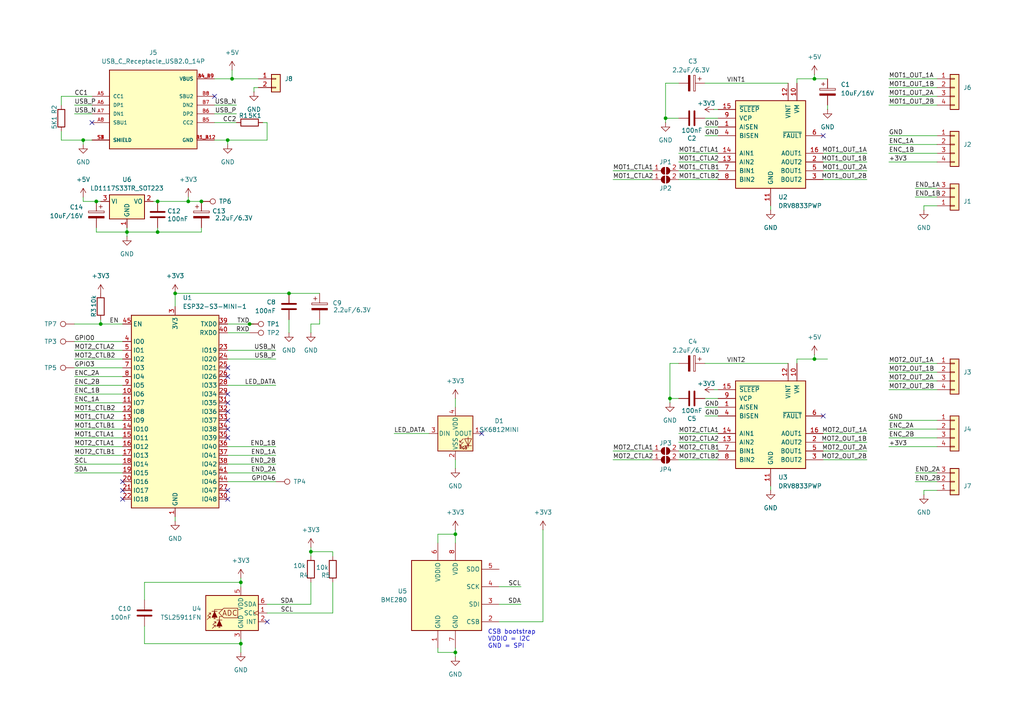
<source format=kicad_sch>
(kicad_sch
	(version 20231120)
	(generator "eeschema")
	(generator_version "8.0")
	(uuid "fc72c314-5c87-4bf6-a5f9-120abf4ddab9")
	(paper "A4")
	
	(junction
		(at 236.22 104.14)
		(diameter 0)
		(color 0 0 0 0)
		(uuid "0f38ef5e-8dd1-465f-b9e4-a29756b62ed0")
	)
	(junction
		(at 24.13 40.64)
		(diameter 0)
		(color 0 0 0 0)
		(uuid "1034f94a-abd6-4d8e-bb51-40f738db0c92")
	)
	(junction
		(at 72.39 93.98)
		(diameter 0)
		(color 0 0 0 0)
		(uuid "16f36a47-0891-4a37-9e15-30a769217abe")
	)
	(junction
		(at 66.04 40.64)
		(diameter 0)
		(color 0 0 0 0)
		(uuid "19bfbdaa-9bb0-4e4d-b93e-4586cb8c945d")
	)
	(junction
		(at 132.08 189.23)
		(diameter 0)
		(color 0 0 0 0)
		(uuid "2348c303-76e1-4e62-9bf7-c112c3443b75")
	)
	(junction
		(at 69.85 168.91)
		(diameter 0)
		(color 0 0 0 0)
		(uuid "34938381-b0cc-4640-a8fd-0ff93d64e305")
	)
	(junction
		(at 83.82 85.09)
		(diameter 0)
		(color 0 0 0 0)
		(uuid "388d6c06-7f34-417b-95e4-30097ceaf139")
	)
	(junction
		(at 132.08 154.94)
		(diameter 0)
		(color 0 0 0 0)
		(uuid "4caae116-7b1d-4af1-a21b-eb0b9877cc3a")
	)
	(junction
		(at 36.83 67.31)
		(diameter 0)
		(color 0 0 0 0)
		(uuid "6345103f-e3f8-4a97-b087-304d2aa9912f")
	)
	(junction
		(at 69.85 186.69)
		(diameter 0)
		(color 0 0 0 0)
		(uuid "76ca8191-0583-44de-99be-a804217e78df")
	)
	(junction
		(at 27.94 58.42)
		(diameter 0)
		(color 0 0 0 0)
		(uuid "793c3478-cc9f-46c0-a28f-75e48c91f957")
	)
	(junction
		(at 67.31 22.86)
		(diameter 0)
		(color 0 0 0 0)
		(uuid "7f76f72d-522a-4d37-8644-a0094a89a4b1")
	)
	(junction
		(at 58.42 58.42)
		(diameter 0)
		(color 0 0 0 0)
		(uuid "904c3470-750e-4222-9ff1-e918fabc9600")
	)
	(junction
		(at 236.22 22.86)
		(diameter 0)
		(color 0 0 0 0)
		(uuid "9ec9e800-a21f-403e-9d49-a6e13414ac14")
	)
	(junction
		(at 90.17 160.02)
		(diameter 0)
		(color 0 0 0 0)
		(uuid "a74f78a9-90f5-4130-b2b8-bb03a839f1ca")
	)
	(junction
		(at 54.61 58.42)
		(diameter 0)
		(color 0 0 0 0)
		(uuid "b14582d0-fef3-41a9-b27a-4d125017f6f6")
	)
	(junction
		(at 45.72 67.31)
		(diameter 0)
		(color 0 0 0 0)
		(uuid "bd53f6d7-4730-4fca-9ae0-e9de5f9d7d65")
	)
	(junction
		(at 29.21 93.98)
		(diameter 0)
		(color 0 0 0 0)
		(uuid "d786650a-1554-4ca3-b9a2-383a12a05705")
	)
	(junction
		(at 193.04 34.29)
		(diameter 0)
		(color 0 0 0 0)
		(uuid "e08052ce-73ec-49a0-8156-950fe2971fd7")
	)
	(junction
		(at 45.72 58.42)
		(diameter 0)
		(color 0 0 0 0)
		(uuid "e65e3f9c-1797-438d-a0a0-f1092e1f39ad")
	)
	(junction
		(at 194.31 115.57)
		(diameter 0)
		(color 0 0 0 0)
		(uuid "e99c11b4-daec-4db2-814b-932527d46440")
	)
	(junction
		(at 50.8 85.09)
		(diameter 0)
		(color 0 0 0 0)
		(uuid "f2b6884c-8da0-440f-9efe-a36ec4fb07c6")
	)
	(no_connect
		(at 66.04 127)
		(uuid "0ed4e444-37a4-488f-8f83-9386d27461e8")
	)
	(no_connect
		(at 66.04 124.46)
		(uuid "151f3edb-ad3c-4de2-83d4-ff3a7b8a486b")
	)
	(no_connect
		(at 35.56 144.78)
		(uuid "199dfdb4-2056-4bec-8470-683efc341397")
	)
	(no_connect
		(at 238.76 120.65)
		(uuid "29b157db-fa79-457a-b629-c38837f14f08")
	)
	(no_connect
		(at 66.04 116.84)
		(uuid "2c3bbb73-3174-4ec0-a4fc-71f7d68da49b")
	)
	(no_connect
		(at 66.04 121.92)
		(uuid "500ab02c-23f7-49c0-9476-daddea7c6e41")
	)
	(no_connect
		(at 66.04 114.3)
		(uuid "609b453a-7084-4aef-b3ff-296309725bbc")
	)
	(no_connect
		(at 77.47 180.34)
		(uuid "60f3acdc-c0b3-499e-b912-034d08477f69")
	)
	(no_connect
		(at 66.04 106.68)
		(uuid "79035626-f65d-4638-b421-08f17b963dfc")
	)
	(no_connect
		(at 66.04 144.78)
		(uuid "8b0223bd-f727-453c-ab4d-b6c89ff43433")
	)
	(no_connect
		(at 62.23 27.94)
		(uuid "90a514c5-79fd-49b4-8b5f-a64a670b0fb4")
	)
	(no_connect
		(at 35.56 139.7)
		(uuid "9804fd17-aa94-407a-8902-04f7fbda0c28")
	)
	(no_connect
		(at 35.56 142.24)
		(uuid "99016cc9-192f-4545-92d1-9e459753fbac")
	)
	(no_connect
		(at 26.67 35.56)
		(uuid "b5c636e2-989f-4db2-961a-b31fdf4f21d5")
	)
	(no_connect
		(at 238.76 39.37)
		(uuid "b664e2a5-b411-42b3-9549-5e149bb79a07")
	)
	(no_connect
		(at 66.04 109.22)
		(uuid "c8793a05-dfc2-4da7-a559-ba85e246e1c6")
	)
	(no_connect
		(at 139.7 125.73)
		(uuid "df90cb52-e4f3-4ecb-b9d4-afebc12685e9")
	)
	(no_connect
		(at 66.04 119.38)
		(uuid "eb03a0bb-a6fc-4163-8709-cc7f112562bc")
	)
	(no_connect
		(at 66.04 142.24)
		(uuid "faa6fe21-c46c-499c-bb38-db562de57e3a")
	)
	(wire
		(pts
			(xy 157.48 153.67) (xy 157.48 180.34)
		)
		(stroke
			(width 0)
			(type default)
		)
		(uuid "00161fc4-ed7e-4ce0-9c76-d64f3c448db2")
	)
	(wire
		(pts
			(xy 196.85 46.99) (xy 208.28 46.99)
		)
		(stroke
			(width 0)
			(type default)
		)
		(uuid "0060be60-2559-4240-8a40-f00ca4bd1dbc")
	)
	(wire
		(pts
			(xy 238.76 44.45) (xy 251.46 44.45)
		)
		(stroke
			(width 0)
			(type default)
		)
		(uuid "0177543e-63d2-4b35-b1d2-7829f0a72c1e")
	)
	(wire
		(pts
			(xy 36.83 67.31) (xy 36.83 68.58)
		)
		(stroke
			(width 0)
			(type default)
		)
		(uuid "01a26fc1-42b9-4ad3-9a5a-3f317fe807af")
	)
	(wire
		(pts
			(xy 17.78 40.64) (xy 24.13 40.64)
		)
		(stroke
			(width 0)
			(type default)
		)
		(uuid "01b24969-c549-4c48-b2bc-40f3ec031df4")
	)
	(wire
		(pts
			(xy 77.47 175.26) (xy 90.17 175.26)
		)
		(stroke
			(width 0)
			(type default)
		)
		(uuid "01d4f859-67ce-4c0f-b459-e2b91b3b5aeb")
	)
	(wire
		(pts
			(xy 267.97 60.96) (xy 267.97 59.69)
		)
		(stroke
			(width 0)
			(type default)
		)
		(uuid "041f4521-fbd2-4cf0-bfe0-f28660ee070d")
	)
	(wire
		(pts
			(xy 21.59 127) (xy 35.56 127)
		)
		(stroke
			(width 0)
			(type default)
		)
		(uuid "055e5706-9b97-4bee-b7ff-6b02f733c2fe")
	)
	(wire
		(pts
			(xy 92.71 93.98) (xy 90.17 93.98)
		)
		(stroke
			(width 0)
			(type default)
		)
		(uuid "0590aeed-ced1-4ce0-bffd-100674dd37f2")
	)
	(wire
		(pts
			(xy 66.04 96.52) (xy 72.39 96.52)
		)
		(stroke
			(width 0)
			(type default)
		)
		(uuid "059daba5-3434-4748-9783-7f38bbf8810d")
	)
	(wire
		(pts
			(xy 236.22 22.86) (xy 236.22 21.59)
		)
		(stroke
			(width 0)
			(type default)
		)
		(uuid "08d2931e-91e4-484e-b5ed-022ef720e3ee")
	)
	(wire
		(pts
			(xy 66.04 104.14) (xy 80.01 104.14)
		)
		(stroke
			(width 0)
			(type default)
		)
		(uuid "092f913c-abeb-4afb-b504-fe7efa3e8418")
	)
	(wire
		(pts
			(xy 41.91 168.91) (xy 41.91 173.99)
		)
		(stroke
			(width 0)
			(type default)
		)
		(uuid "0ae4afb9-9403-4336-a4bb-d6edbc3ddcb6")
	)
	(wire
		(pts
			(xy 204.47 105.41) (xy 228.6 105.41)
		)
		(stroke
			(width 0)
			(type default)
		)
		(uuid "0d028f21-862d-4e4e-9d58-f82477881bf4")
	)
	(wire
		(pts
			(xy 69.85 186.69) (xy 69.85 189.23)
		)
		(stroke
			(width 0)
			(type default)
		)
		(uuid "0d454c3b-b709-43d6-b415-581ab7bb3268")
	)
	(wire
		(pts
			(xy 231.14 104.14) (xy 236.22 104.14)
		)
		(stroke
			(width 0)
			(type default)
		)
		(uuid "0e22aecb-331f-4ad7-a59f-304d5b168dc2")
	)
	(wire
		(pts
			(xy 96.52 161.29) (xy 96.52 160.02)
		)
		(stroke
			(width 0)
			(type default)
		)
		(uuid "0f401625-6561-486d-8a53-d7ca50f3dbc3")
	)
	(wire
		(pts
			(xy 196.85 128.27) (xy 208.28 128.27)
		)
		(stroke
			(width 0)
			(type default)
		)
		(uuid "109c4c42-76aa-42e3-b86e-04a90b813522")
	)
	(wire
		(pts
			(xy 58.42 66.04) (xy 58.42 67.31)
		)
		(stroke
			(width 0)
			(type default)
		)
		(uuid "110294f1-7ba9-4f07-9124-3a5ccd40e15a")
	)
	(wire
		(pts
			(xy 257.81 113.03) (xy 271.78 113.03)
		)
		(stroke
			(width 0)
			(type default)
		)
		(uuid "11115efd-2f90-453e-a900-12f107685a66")
	)
	(wire
		(pts
			(xy 257.81 27.94) (xy 271.78 27.94)
		)
		(stroke
			(width 0)
			(type default)
		)
		(uuid "11130d27-b59f-4537-a6b9-2e15d50eb316")
	)
	(wire
		(pts
			(xy 21.59 109.22) (xy 35.56 109.22)
		)
		(stroke
			(width 0)
			(type default)
		)
		(uuid "1154071b-3b5a-4394-bbd7-ae17488d3825")
	)
	(wire
		(pts
			(xy 132.08 157.48) (xy 132.08 154.94)
		)
		(stroke
			(width 0)
			(type default)
		)
		(uuid "15392eac-df3d-4b87-ab06-ed71b9a10be3")
	)
	(wire
		(pts
			(xy 238.76 49.53) (xy 251.46 49.53)
		)
		(stroke
			(width 0)
			(type default)
		)
		(uuid "164b8c71-b41e-4610-8934-b49d7d777524")
	)
	(wire
		(pts
			(xy 45.72 66.04) (xy 45.72 67.31)
		)
		(stroke
			(width 0)
			(type default)
		)
		(uuid "1660ae78-9c50-42d7-b8df-b2c4010b3ef5")
	)
	(wire
		(pts
			(xy 21.59 30.48) (xy 26.67 30.48)
		)
		(stroke
			(width 0)
			(type default)
		)
		(uuid "16ab0c8b-348e-4ae2-abe9-cc671a62152e")
	)
	(wire
		(pts
			(xy 238.76 133.35) (xy 251.46 133.35)
		)
		(stroke
			(width 0)
			(type default)
		)
		(uuid "18e227be-8c74-42a6-9716-a333ea817a0a")
	)
	(wire
		(pts
			(xy 45.72 58.42) (xy 54.61 58.42)
		)
		(stroke
			(width 0)
			(type default)
		)
		(uuid "1a027cd4-7445-4be9-a194-f5eced16227c")
	)
	(wire
		(pts
			(xy 24.13 41.91) (xy 24.13 40.64)
		)
		(stroke
			(width 0)
			(type default)
		)
		(uuid "1ad49c65-e6ca-4ffc-8f10-7dcb96b36ecb")
	)
	(wire
		(pts
			(xy 196.85 34.29) (xy 193.04 34.29)
		)
		(stroke
			(width 0)
			(type default)
		)
		(uuid "1bdb34f8-4dc1-4413-b08d-491eb9acd5e4")
	)
	(wire
		(pts
			(xy 196.85 130.81) (xy 208.28 130.81)
		)
		(stroke
			(width 0)
			(type default)
		)
		(uuid "1d967151-288f-4920-85fe-4c2c46e0db85")
	)
	(wire
		(pts
			(xy 267.97 59.69) (xy 271.78 59.69)
		)
		(stroke
			(width 0)
			(type default)
		)
		(uuid "1f577daf-ca48-4104-acb4-f7cb80e25277")
	)
	(wire
		(pts
			(xy 238.76 125.73) (xy 251.46 125.73)
		)
		(stroke
			(width 0)
			(type default)
		)
		(uuid "203eee8a-7250-40af-a9f4-1035f6919530")
	)
	(wire
		(pts
			(xy 21.59 121.92) (xy 35.56 121.92)
		)
		(stroke
			(width 0)
			(type default)
		)
		(uuid "20424846-8e48-4a0f-8615-de5a94c148c7")
	)
	(wire
		(pts
			(xy 21.59 132.08) (xy 35.56 132.08)
		)
		(stroke
			(width 0)
			(type default)
		)
		(uuid "277b868f-4be8-4126-a8b2-0adc494f4554")
	)
	(wire
		(pts
			(xy 127 187.96) (xy 127 189.23)
		)
		(stroke
			(width 0)
			(type default)
		)
		(uuid "297bcdab-5fc9-4c5c-837a-8f8895169850")
	)
	(wire
		(pts
			(xy 257.81 121.92) (xy 271.78 121.92)
		)
		(stroke
			(width 0)
			(type default)
		)
		(uuid "29f75c69-d7af-4525-99e5-8fe8a495098a")
	)
	(wire
		(pts
			(xy 196.85 133.35) (xy 208.28 133.35)
		)
		(stroke
			(width 0)
			(type default)
		)
		(uuid "2c72365a-647f-41a9-8961-47378d0e0e71")
	)
	(wire
		(pts
			(xy 257.81 39.37) (xy 271.78 39.37)
		)
		(stroke
			(width 0)
			(type default)
		)
		(uuid "30d10758-f847-44ef-bf03-e421de5e900e")
	)
	(wire
		(pts
			(xy 132.08 153.67) (xy 132.08 154.94)
		)
		(stroke
			(width 0)
			(type default)
		)
		(uuid "330b5f4f-2964-4585-9eb3-5f9d887af6e3")
	)
	(wire
		(pts
			(xy 21.59 119.38) (xy 35.56 119.38)
		)
		(stroke
			(width 0)
			(type default)
		)
		(uuid "33194bf4-be15-43cd-91f2-068456f4b731")
	)
	(wire
		(pts
			(xy 21.59 33.02) (xy 26.67 33.02)
		)
		(stroke
			(width 0)
			(type default)
		)
		(uuid "345856d8-d5b1-4dbc-b1ef-ce5ba60bbcbe")
	)
	(wire
		(pts
			(xy 54.61 57.15) (xy 54.61 58.42)
		)
		(stroke
			(width 0)
			(type default)
		)
		(uuid "35beaf97-13f3-4278-8dd0-4a6f322df247")
	)
	(wire
		(pts
			(xy 257.81 44.45) (xy 271.78 44.45)
		)
		(stroke
			(width 0)
			(type default)
		)
		(uuid "39dea99e-7c5b-4963-8049-8a062ee55e66")
	)
	(wire
		(pts
			(xy 132.08 189.23) (xy 132.08 190.5)
		)
		(stroke
			(width 0)
			(type default)
		)
		(uuid "3a215bbd-50cd-461b-b489-3a663e1c8927")
	)
	(wire
		(pts
			(xy 193.04 34.29) (xy 193.04 35.56)
		)
		(stroke
			(width 0)
			(type default)
		)
		(uuid "3b265fa3-0fa5-4229-8f62-567699fa2eff")
	)
	(wire
		(pts
			(xy 62.23 33.02) (xy 68.58 33.02)
		)
		(stroke
			(width 0)
			(type default)
		)
		(uuid "3cd6c91a-84a8-4cfe-9bd4-68fa4ffaf1c2")
	)
	(wire
		(pts
			(xy 45.72 67.31) (xy 58.42 67.31)
		)
		(stroke
			(width 0)
			(type default)
		)
		(uuid "3d3b669a-2ebb-4852-bb44-73e9cb1942ed")
	)
	(wire
		(pts
			(xy 208.28 115.57) (xy 204.47 115.57)
		)
		(stroke
			(width 0)
			(type default)
		)
		(uuid "3ff0050c-a7dc-4ea4-9a19-526454900cbe")
	)
	(wire
		(pts
			(xy 236.22 22.86) (xy 240.03 22.86)
		)
		(stroke
			(width 0)
			(type default)
		)
		(uuid "4033e5a5-2170-458f-b718-afe4afdc2307")
	)
	(wire
		(pts
			(xy 21.59 101.6) (xy 35.56 101.6)
		)
		(stroke
			(width 0)
			(type default)
		)
		(uuid "40912c4c-1010-4832-bd81-d23c7510c4ad")
	)
	(wire
		(pts
			(xy 257.81 22.86) (xy 271.78 22.86)
		)
		(stroke
			(width 0)
			(type default)
		)
		(uuid "419ca888-ec74-4f87-81e0-4a1aac130bb1")
	)
	(wire
		(pts
			(xy 21.59 134.62) (xy 35.56 134.62)
		)
		(stroke
			(width 0)
			(type default)
		)
		(uuid "44a1d96d-234a-4324-b3f2-d5acc266d1b6")
	)
	(wire
		(pts
			(xy 45.72 67.31) (xy 36.83 67.31)
		)
		(stroke
			(width 0)
			(type default)
		)
		(uuid "46aba347-4057-4ea4-b2a9-72fc31acc2f5")
	)
	(wire
		(pts
			(xy 66.04 41.91) (xy 66.04 40.64)
		)
		(stroke
			(width 0)
			(type default)
		)
		(uuid "4785d6df-a6fc-4c56-87e5-b6986e704d2e")
	)
	(wire
		(pts
			(xy 207.01 31.75) (xy 208.28 31.75)
		)
		(stroke
			(width 0)
			(type default)
		)
		(uuid "491ec524-4a3b-4cea-8754-183cdf31f759")
	)
	(wire
		(pts
			(xy 257.81 105.41) (xy 271.78 105.41)
		)
		(stroke
			(width 0)
			(type default)
		)
		(uuid "50c69df7-04cb-4c2c-bddd-113393f35076")
	)
	(wire
		(pts
			(xy 90.17 93.98) (xy 90.17 96.52)
		)
		(stroke
			(width 0)
			(type default)
		)
		(uuid "535678d5-7cfc-4875-af15-86b8b64ac306")
	)
	(wire
		(pts
			(xy 21.59 116.84) (xy 35.56 116.84)
		)
		(stroke
			(width 0)
			(type default)
		)
		(uuid "544cec54-aea8-4fbb-b72c-8f9e1bf1dc25")
	)
	(wire
		(pts
			(xy 21.59 99.06) (xy 35.56 99.06)
		)
		(stroke
			(width 0)
			(type default)
		)
		(uuid "57870d0f-aad6-4e8a-842b-b2ed8d9efd7d")
	)
	(wire
		(pts
			(xy 66.04 139.7) (xy 80.01 139.7)
		)
		(stroke
			(width 0)
			(type default)
		)
		(uuid "57a4b8fb-9a1f-446d-85f3-85370007996a")
	)
	(wire
		(pts
			(xy 66.04 40.64) (xy 62.23 40.64)
		)
		(stroke
			(width 0)
			(type default)
		)
		(uuid "581a5267-4f08-4f3b-8c25-65ec300f55a0")
	)
	(wire
		(pts
			(xy 196.85 105.41) (xy 194.31 105.41)
		)
		(stroke
			(width 0)
			(type default)
		)
		(uuid "5876b1a6-add2-4299-a585-a3ff863618b8")
	)
	(wire
		(pts
			(xy 21.59 93.98) (xy 29.21 93.98)
		)
		(stroke
			(width 0)
			(type default)
		)
		(uuid "58bebd4b-ea46-43ce-8719-0ed8b7614ae3")
	)
	(wire
		(pts
			(xy 194.31 105.41) (xy 194.31 115.57)
		)
		(stroke
			(width 0)
			(type default)
		)
		(uuid "5c878bb0-9d64-4c56-9e78-39502f058923")
	)
	(wire
		(pts
			(xy 90.17 160.02) (xy 90.17 161.29)
		)
		(stroke
			(width 0)
			(type default)
		)
		(uuid "5da520b8-9288-4e8a-b136-0118c440d63e")
	)
	(wire
		(pts
			(xy 29.21 58.42) (xy 27.94 58.42)
		)
		(stroke
			(width 0)
			(type default)
		)
		(uuid "5e7cdb1c-4eef-4eae-9e98-dca46a0487ef")
	)
	(wire
		(pts
			(xy 83.82 92.71) (xy 83.82 96.52)
		)
		(stroke
			(width 0)
			(type default)
		)
		(uuid "5ed4a982-0470-4718-9cae-8731b88962fc")
	)
	(wire
		(pts
			(xy 236.22 104.14) (xy 236.22 102.87)
		)
		(stroke
			(width 0)
			(type default)
		)
		(uuid "63fb0aa1-bba6-48d5-bc68-d647c6dbede7")
	)
	(wire
		(pts
			(xy 21.59 124.46) (xy 35.56 124.46)
		)
		(stroke
			(width 0)
			(type default)
		)
		(uuid "661e9a88-b994-4e69-9b88-e8c436fbdf57")
	)
	(wire
		(pts
			(xy 196.85 125.73) (xy 208.28 125.73)
		)
		(stroke
			(width 0)
			(type default)
		)
		(uuid "675ae8e0-a12a-40f4-a865-42854715b557")
	)
	(wire
		(pts
			(xy 132.08 133.35) (xy 132.08 135.89)
		)
		(stroke
			(width 0)
			(type default)
		)
		(uuid "691f8e03-79e9-4234-9c93-aed6ea62a042")
	)
	(wire
		(pts
			(xy 66.04 132.08) (xy 80.01 132.08)
		)
		(stroke
			(width 0)
			(type default)
		)
		(uuid "6b7e36ad-35a0-4736-aa8d-6b3b4b0f369d")
	)
	(wire
		(pts
			(xy 207.01 113.03) (xy 208.28 113.03)
		)
		(stroke
			(width 0)
			(type default)
		)
		(uuid "6c62a591-7759-4ee1-9ae6-7bf0b61e4608")
	)
	(wire
		(pts
			(xy 17.78 38.1) (xy 17.78 40.64)
		)
		(stroke
			(width 0)
			(type default)
		)
		(uuid "6e0a6fff-5073-4df0-b0df-a64b83333ab2")
	)
	(wire
		(pts
			(xy 50.8 149.86) (xy 50.8 151.13)
		)
		(stroke
			(width 0)
			(type default)
		)
		(uuid "6e1fba95-a648-48d3-959a-268a0affbe28")
	)
	(wire
		(pts
			(xy 265.43 54.61) (xy 271.78 54.61)
		)
		(stroke
			(width 0)
			(type default)
		)
		(uuid "6ec327fe-9585-4992-a58c-8bfc8901d5bf")
	)
	(wire
		(pts
			(xy 83.82 85.09) (xy 92.71 85.09)
		)
		(stroke
			(width 0)
			(type default)
		)
		(uuid "707c7d8e-d4eb-4f15-975b-d013b4b49b78")
	)
	(wire
		(pts
			(xy 67.31 22.86) (xy 74.93 22.86)
		)
		(stroke
			(width 0)
			(type default)
		)
		(uuid "72a9bf3e-95c7-400f-9265-090c11a6d9b0")
	)
	(wire
		(pts
			(xy 132.08 189.23) (xy 127 189.23)
		)
		(stroke
			(width 0)
			(type default)
		)
		(uuid "7361fa5a-7e22-4e5f-980e-72ee1f63ce91")
	)
	(wire
		(pts
			(xy 90.17 158.75) (xy 90.17 160.02)
		)
		(stroke
			(width 0)
			(type default)
		)
		(uuid "76bc7bca-c76a-4c22-8882-a90261cac62b")
	)
	(wire
		(pts
			(xy 257.81 41.91) (xy 271.78 41.91)
		)
		(stroke
			(width 0)
			(type default)
		)
		(uuid "79b284c1-5065-438a-b626-fd98bf6f1da5")
	)
	(wire
		(pts
			(xy 21.59 111.76) (xy 35.56 111.76)
		)
		(stroke
			(width 0)
			(type default)
		)
		(uuid "7a0736eb-4556-46af-84c9-3cc4f921185f")
	)
	(wire
		(pts
			(xy 66.04 93.98) (xy 72.39 93.98)
		)
		(stroke
			(width 0)
			(type default)
		)
		(uuid "7a2e37be-0fd4-482d-b83c-20caf3ee55f1")
	)
	(wire
		(pts
			(xy 21.59 114.3) (xy 35.56 114.3)
		)
		(stroke
			(width 0)
			(type default)
		)
		(uuid "7a50d242-10e5-4697-a3b9-5b41c5f65818")
	)
	(wire
		(pts
			(xy 21.59 106.68) (xy 35.56 106.68)
		)
		(stroke
			(width 0)
			(type default)
		)
		(uuid "7a6eb1f9-dbd4-4520-9af2-95bdeb661e0a")
	)
	(wire
		(pts
			(xy 204.47 39.37) (xy 208.28 39.37)
		)
		(stroke
			(width 0)
			(type default)
		)
		(uuid "7b908bd0-9fcc-4232-967d-753f70f19004")
	)
	(wire
		(pts
			(xy 204.47 24.13) (xy 228.6 24.13)
		)
		(stroke
			(width 0)
			(type default)
		)
		(uuid "7bdd6ce0-aa21-460e-9d66-918b549fcf28")
	)
	(wire
		(pts
			(xy 24.13 40.64) (xy 26.67 40.64)
		)
		(stroke
			(width 0)
			(type default)
		)
		(uuid "7e231b6b-c9df-430f-a116-f527846e55da")
	)
	(wire
		(pts
			(xy 231.14 22.86) (xy 236.22 22.86)
		)
		(stroke
			(width 0)
			(type default)
		)
		(uuid "83bd41e4-ccdc-465a-85c8-f1858e352b4d")
	)
	(wire
		(pts
			(xy 35.56 93.98) (xy 29.21 93.98)
		)
		(stroke
			(width 0)
			(type default)
		)
		(uuid "848d0d60-fa06-4c6a-a9f7-69bf452a55b9")
	)
	(wire
		(pts
			(xy 69.85 168.91) (xy 41.91 168.91)
		)
		(stroke
			(width 0)
			(type default)
		)
		(uuid "856edca8-9a22-4dbe-b72e-4c65c6e91078")
	)
	(wire
		(pts
			(xy 69.85 185.42) (xy 69.85 186.69)
		)
		(stroke
			(width 0)
			(type default)
		)
		(uuid "89fe0bed-e7ea-40c0-bc11-afb844751e4f")
	)
	(wire
		(pts
			(xy 196.85 24.13) (xy 193.04 24.13)
		)
		(stroke
			(width 0)
			(type default)
		)
		(uuid "8c1d253e-b2da-4845-9ff1-46f9436bfab7")
	)
	(wire
		(pts
			(xy 66.04 137.16) (xy 80.01 137.16)
		)
		(stroke
			(width 0)
			(type default)
		)
		(uuid "8e47e46a-c8e1-4ebf-9572-10c9c85f36a3")
	)
	(wire
		(pts
			(xy 257.81 110.49) (xy 271.78 110.49)
		)
		(stroke
			(width 0)
			(type default)
		)
		(uuid "914345b4-d94c-4e73-9b37-6d1b4b628b1c")
	)
	(wire
		(pts
			(xy 69.85 170.18) (xy 69.85 168.91)
		)
		(stroke
			(width 0)
			(type default)
		)
		(uuid "9301fa08-559f-48e3-b68e-0ba01b1b88a3")
	)
	(wire
		(pts
			(xy 69.85 167.64) (xy 69.85 168.91)
		)
		(stroke
			(width 0)
			(type default)
		)
		(uuid "95fff79c-8e2e-4851-af41-bd9b9fef1250")
	)
	(wire
		(pts
			(xy 77.47 177.8) (xy 96.52 177.8)
		)
		(stroke
			(width 0)
			(type default)
		)
		(uuid "968afc7b-dd19-4e8e-b885-ebd1b10cb2e7")
	)
	(wire
		(pts
			(xy 223.52 59.69) (xy 223.52 60.96)
		)
		(stroke
			(width 0)
			(type default)
		)
		(uuid "974f2af9-a159-424d-b3e4-b6b1968ef010")
	)
	(wire
		(pts
			(xy 17.78 27.94) (xy 26.67 27.94)
		)
		(stroke
			(width 0)
			(type default)
		)
		(uuid "97a199a2-e99a-4372-ae06-4286b8ea58ab")
	)
	(wire
		(pts
			(xy 90.17 160.02) (xy 96.52 160.02)
		)
		(stroke
			(width 0)
			(type default)
		)
		(uuid "993e0913-4c2e-4138-a4c1-6221ebab4b5e")
	)
	(wire
		(pts
			(xy 41.91 186.69) (xy 41.91 181.61)
		)
		(stroke
			(width 0)
			(type default)
		)
		(uuid "995f17a2-011b-4ab1-a461-536c8b16008f")
	)
	(wire
		(pts
			(xy 66.04 129.54) (xy 80.01 129.54)
		)
		(stroke
			(width 0)
			(type default)
		)
		(uuid "99ec5e14-c3fa-4e49-9348-f99802cd69e7")
	)
	(wire
		(pts
			(xy 204.47 118.11) (xy 208.28 118.11)
		)
		(stroke
			(width 0)
			(type default)
		)
		(uuid "99f3e581-071a-41fb-b2e2-dd2aa9887dc3")
	)
	(wire
		(pts
			(xy 66.04 111.76) (xy 80.01 111.76)
		)
		(stroke
			(width 0)
			(type default)
		)
		(uuid "9b5114b5-491e-4c9b-9724-90614814b9dc")
	)
	(wire
		(pts
			(xy 50.8 85.09) (xy 50.8 88.9)
		)
		(stroke
			(width 0)
			(type default)
		)
		(uuid "9cf14b84-e164-4845-8231-3d7b06506e57")
	)
	(wire
		(pts
			(xy 257.81 25.4) (xy 271.78 25.4)
		)
		(stroke
			(width 0)
			(type default)
		)
		(uuid "9f2fc445-bd7f-403a-b82d-001122cc9d86")
	)
	(wire
		(pts
			(xy 267.97 143.51) (xy 267.97 142.24)
		)
		(stroke
			(width 0)
			(type default)
		)
		(uuid "9f45f6ae-d027-4c29-957e-3ea31436011c")
	)
	(wire
		(pts
			(xy 66.04 40.64) (xy 77.47 40.64)
		)
		(stroke
			(width 0)
			(type default)
		)
		(uuid "a3149109-a5ba-4fcd-bc66-5986cfc03a05")
	)
	(wire
		(pts
			(xy 238.76 130.81) (xy 251.46 130.81)
		)
		(stroke
			(width 0)
			(type default)
		)
		(uuid "a4ace42b-36df-47dd-ba89-f1a853961038")
	)
	(wire
		(pts
			(xy 114.3 125.73) (xy 124.46 125.73)
		)
		(stroke
			(width 0)
			(type default)
		)
		(uuid "a568e12f-ca09-4b4b-9824-20728697f021")
	)
	(wire
		(pts
			(xy 62.23 35.56) (xy 68.58 35.56)
		)
		(stroke
			(width 0)
			(type default)
		)
		(uuid "a7b9da80-96de-4938-83b7-d37887b860e8")
	)
	(wire
		(pts
			(xy 257.81 46.99) (xy 271.78 46.99)
		)
		(stroke
			(width 0)
			(type default)
		)
		(uuid "a953d7ee-31bf-4a18-b898-014dfa4a8508")
	)
	(wire
		(pts
			(xy 77.47 35.56) (xy 77.47 40.64)
		)
		(stroke
			(width 0)
			(type default)
		)
		(uuid "aa03dcf0-eec9-47f7-b161-4a9d6c1de344")
	)
	(wire
		(pts
			(xy 196.85 52.07) (xy 208.28 52.07)
		)
		(stroke
			(width 0)
			(type default)
		)
		(uuid "aa792890-6587-4f71-b790-30b5f5dc332b")
	)
	(wire
		(pts
			(xy 29.21 93.98) (xy 29.21 92.71)
		)
		(stroke
			(width 0)
			(type default)
		)
		(uuid "aca9273f-5e6b-4c34-8323-6497caa2a4fa")
	)
	(wire
		(pts
			(xy 194.31 115.57) (xy 194.31 116.84)
		)
		(stroke
			(width 0)
			(type default)
		)
		(uuid "b0365afb-7428-46f7-8a06-9ddf0a9a6a37")
	)
	(wire
		(pts
			(xy 265.43 57.15) (xy 271.78 57.15)
		)
		(stroke
			(width 0)
			(type default)
		)
		(uuid "b1af6a0b-fff3-4cba-bea2-f403cb52d1ee")
	)
	(wire
		(pts
			(xy 231.14 24.13) (xy 231.14 22.86)
		)
		(stroke
			(width 0)
			(type default)
		)
		(uuid "b4cfc288-20f7-465a-80f3-d6750538bdc3")
	)
	(wire
		(pts
			(xy 132.08 115.57) (xy 132.08 118.11)
		)
		(stroke
			(width 0)
			(type default)
		)
		(uuid "b55da5e3-98c9-4659-8f23-b1157214cbc2")
	)
	(wire
		(pts
			(xy 36.83 66.04) (xy 36.83 67.31)
		)
		(stroke
			(width 0)
			(type default)
		)
		(uuid "b5f53c8d-938f-4ae6-ae56-d235fdbf90d6")
	)
	(wire
		(pts
			(xy 144.78 175.26) (xy 151.13 175.26)
		)
		(stroke
			(width 0)
			(type default)
		)
		(uuid "b7a3d513-7e52-4b5a-b0a9-7b38eb8927b8")
	)
	(wire
		(pts
			(xy 127 154.94) (xy 127 157.48)
		)
		(stroke
			(width 0)
			(type default)
		)
		(uuid "b9bd4e5f-5d33-4c1e-8ca4-c3bd6397f27f")
	)
	(wire
		(pts
			(xy 62.23 22.86) (xy 67.31 22.86)
		)
		(stroke
			(width 0)
			(type default)
		)
		(uuid "becfc073-3c27-45b8-8ead-fbfbf45101f3")
	)
	(wire
		(pts
			(xy 96.52 177.8) (xy 96.52 168.91)
		)
		(stroke
			(width 0)
			(type default)
		)
		(uuid "c0526a73-e1e1-42ef-8be1-f681cded678b")
	)
	(wire
		(pts
			(xy 27.94 67.31) (xy 36.83 67.31)
		)
		(stroke
			(width 0)
			(type default)
		)
		(uuid "c14b4754-00bd-4930-873e-899ec1a70606")
	)
	(wire
		(pts
			(xy 73.66 26.67) (xy 73.66 25.4)
		)
		(stroke
			(width 0)
			(type default)
		)
		(uuid "c2ec351c-7108-42ef-bb6e-b71671df5af2")
	)
	(wire
		(pts
			(xy 208.28 34.29) (xy 204.47 34.29)
		)
		(stroke
			(width 0)
			(type default)
		)
		(uuid "c2f3d1ed-ac61-4023-ab6f-82bf69f35ae2")
	)
	(wire
		(pts
			(xy 177.8 133.35) (xy 189.23 133.35)
		)
		(stroke
			(width 0)
			(type default)
		)
		(uuid "c45e957a-de02-4f45-b88c-d3f5ffbd1d86")
	)
	(wire
		(pts
			(xy 54.61 58.42) (xy 58.42 58.42)
		)
		(stroke
			(width 0)
			(type default)
		)
		(uuid "c5381bd7-403e-4a59-95f6-5fa2cb1f936e")
	)
	(wire
		(pts
			(xy 132.08 187.96) (xy 132.08 189.23)
		)
		(stroke
			(width 0)
			(type default)
		)
		(uuid "c97818a2-9b59-47f2-adfe-549447b8d669")
	)
	(wire
		(pts
			(xy 177.8 49.53) (xy 189.23 49.53)
		)
		(stroke
			(width 0)
			(type default)
		)
		(uuid "ca15a046-5022-4ed6-8af4-6b60cd68bcab")
	)
	(wire
		(pts
			(xy 45.72 58.42) (xy 44.45 58.42)
		)
		(stroke
			(width 0)
			(type default)
		)
		(uuid "ca3f66b6-fb24-4693-8bbd-ff58c62804d8")
	)
	(wire
		(pts
			(xy 144.78 170.18) (xy 151.13 170.18)
		)
		(stroke
			(width 0)
			(type default)
		)
		(uuid "cbb12d04-38bc-4239-84ce-9797ac12970a")
	)
	(wire
		(pts
			(xy 77.47 35.56) (xy 76.2 35.56)
		)
		(stroke
			(width 0)
			(type default)
		)
		(uuid "cf480e2d-8cc8-45fa-a206-9acd433107b2")
	)
	(wire
		(pts
			(xy 27.94 66.04) (xy 27.94 67.31)
		)
		(stroke
			(width 0)
			(type default)
		)
		(uuid "d09c1db7-3795-4f07-b88a-3946ee2ea0fc")
	)
	(wire
		(pts
			(xy 67.31 22.86) (xy 67.31 20.32)
		)
		(stroke
			(width 0)
			(type default)
		)
		(uuid "d2f4b7ef-282c-4806-a97d-374718ddd9b9")
	)
	(wire
		(pts
			(xy 24.13 58.42) (xy 24.13 57.15)
		)
		(stroke
			(width 0)
			(type default)
		)
		(uuid "d46f6c4a-b9cd-4928-9a39-ac093d09f3ba")
	)
	(wire
		(pts
			(xy 238.76 46.99) (xy 251.46 46.99)
		)
		(stroke
			(width 0)
			(type default)
		)
		(uuid "d4d945cf-26a0-458b-a08d-0580c1168dff")
	)
	(wire
		(pts
			(xy 204.47 120.65) (xy 208.28 120.65)
		)
		(stroke
			(width 0)
			(type default)
		)
		(uuid "d507e5d0-31a5-49d9-bc70-adf484444a27")
	)
	(wire
		(pts
			(xy 193.04 24.13) (xy 193.04 34.29)
		)
		(stroke
			(width 0)
			(type default)
		)
		(uuid "d51abac6-642a-4922-a89c-11ba08a8f4f5")
	)
	(wire
		(pts
			(xy 24.13 58.42) (xy 27.94 58.42)
		)
		(stroke
			(width 0)
			(type default)
		)
		(uuid "d5ace384-984f-4a3a-ae65-c0e740e1b77f")
	)
	(wire
		(pts
			(xy 21.59 137.16) (xy 35.56 137.16)
		)
		(stroke
			(width 0)
			(type default)
		)
		(uuid "d6d4750b-b938-459b-8f37-9cfd7b30c226")
	)
	(wire
		(pts
			(xy 267.97 142.24) (xy 271.78 142.24)
		)
		(stroke
			(width 0)
			(type default)
		)
		(uuid "d7dffe75-067b-443e-9824-54365ffee412")
	)
	(wire
		(pts
			(xy 223.52 140.97) (xy 223.52 142.24)
		)
		(stroke
			(width 0)
			(type default)
		)
		(uuid "d961fa6b-5f0b-40f7-8d33-14e7410bd360")
	)
	(wire
		(pts
			(xy 72.39 93.98) (xy 73.66 93.98)
		)
		(stroke
			(width 0)
			(type default)
		)
		(uuid "dcb8d802-045d-4a9c-89a6-2f90cd255855")
	)
	(wire
		(pts
			(xy 73.66 25.4) (xy 74.93 25.4)
		)
		(stroke
			(width 0)
			(type default)
		)
		(uuid "df521afa-2620-4dd4-8f7b-c6d10907b4cb")
	)
	(wire
		(pts
			(xy 257.81 30.48) (xy 271.78 30.48)
		)
		(stroke
			(width 0)
			(type default)
		)
		(uuid "dfd879a1-c3bd-403c-91c3-01d0e67aef9c")
	)
	(wire
		(pts
			(xy 257.81 107.95) (xy 271.78 107.95)
		)
		(stroke
			(width 0)
			(type default)
		)
		(uuid "e0280c9d-ad14-4ad3-91d5-093c274e72b7")
	)
	(wire
		(pts
			(xy 177.8 130.81) (xy 189.23 130.81)
		)
		(stroke
			(width 0)
			(type default)
		)
		(uuid "e05a7b58-f14a-45e2-a7de-ca6713d317a3")
	)
	(wire
		(pts
			(xy 66.04 101.6) (xy 80.01 101.6)
		)
		(stroke
			(width 0)
			(type default)
		)
		(uuid "e1544a7e-57bb-4d35-b3a4-f1a79d894960")
	)
	(wire
		(pts
			(xy 196.85 44.45) (xy 208.28 44.45)
		)
		(stroke
			(width 0)
			(type default)
		)
		(uuid "e2682c50-45ab-4b97-accb-5695e1ba0ccb")
	)
	(wire
		(pts
			(xy 238.76 128.27) (xy 251.46 128.27)
		)
		(stroke
			(width 0)
			(type default)
		)
		(uuid "e3495f5b-8604-4e3d-bbb7-86d74e7595fc")
	)
	(wire
		(pts
			(xy 50.8 85.09) (xy 83.82 85.09)
		)
		(stroke
			(width 0)
			(type default)
		)
		(uuid "e92b15d2-c0e5-40d4-8a1c-8f4aeb39f104")
	)
	(wire
		(pts
			(xy 62.23 30.48) (xy 68.58 30.48)
		)
		(stroke
			(width 0)
			(type default)
		)
		(uuid "eb037be8-6c11-4ace-aa09-c265220a5122")
	)
	(wire
		(pts
			(xy 238.76 52.07) (xy 251.46 52.07)
		)
		(stroke
			(width 0)
			(type default)
		)
		(uuid "eb0c87a2-65ac-469b-96e2-5ae22f79c113")
	)
	(wire
		(pts
			(xy 265.43 137.16) (xy 271.78 137.16)
		)
		(stroke
			(width 0)
			(type default)
		)
		(uuid "eb92061a-d73b-443b-aa69-2798cdbf3966")
	)
	(wire
		(pts
			(xy 157.48 180.34) (xy 144.78 180.34)
		)
		(stroke
			(width 0)
			(type default)
		)
		(uuid "ebd58c35-a59a-4b7a-bae1-a8d4f7fb21e4")
	)
	(wire
		(pts
			(xy 21.59 129.54) (xy 35.56 129.54)
		)
		(stroke
			(width 0)
			(type default)
		)
		(uuid "ec1185aa-ea2a-4c84-9983-962c7181b3b4")
	)
	(wire
		(pts
			(xy 236.22 104.14) (xy 240.03 104.14)
		)
		(stroke
			(width 0)
			(type default)
		)
		(uuid "ec83a2f2-b06e-4e29-92ed-1d014156c3e6")
	)
	(wire
		(pts
			(xy 69.85 186.69) (xy 41.91 186.69)
		)
		(stroke
			(width 0)
			(type default)
		)
		(uuid "ec9baaa9-87d4-45f2-bdbb-1120c4151d7f")
	)
	(wire
		(pts
			(xy 257.81 124.46) (xy 271.78 124.46)
		)
		(stroke
			(width 0)
			(type default)
		)
		(uuid "ecbf0617-cb81-4ee5-9f6d-5bef9d62e343")
	)
	(wire
		(pts
			(xy 257.81 127) (xy 271.78 127)
		)
		(stroke
			(width 0)
			(type default)
		)
		(uuid "ecc94ba7-7e02-4057-9c24-e0f98e2d98d1")
	)
	(wire
		(pts
			(xy 196.85 49.53) (xy 208.28 49.53)
		)
		(stroke
			(width 0)
			(type default)
		)
		(uuid "efaa5975-3e58-4bf2-a3d6-61cd1f652f35")
	)
	(wire
		(pts
			(xy 132.08 154.94) (xy 127 154.94)
		)
		(stroke
			(width 0)
			(type default)
		)
		(uuid "efe8a342-b0fe-4847-87c1-e1f50cc87993")
	)
	(wire
		(pts
			(xy 177.8 52.07) (xy 189.23 52.07)
		)
		(stroke
			(width 0)
			(type default)
		)
		(uuid "f02cf368-24e0-40c5-ab33-c5e8d6096e15")
	)
	(wire
		(pts
			(xy 231.14 105.41) (xy 231.14 104.14)
		)
		(stroke
			(width 0)
			(type default)
		)
		(uuid "f1cc81a8-7446-4134-83cc-1b6a85f958e1")
	)
	(wire
		(pts
			(xy 204.47 36.83) (xy 208.28 36.83)
		)
		(stroke
			(width 0)
			(type default)
		)
		(uuid "f63da247-74b8-4174-96d5-276d818f82e3")
	)
	(wire
		(pts
			(xy 66.04 134.62) (xy 80.01 134.62)
		)
		(stroke
			(width 0)
			(type default)
		)
		(uuid "f69684b6-5ba2-45f1-b559-575361281045")
	)
	(wire
		(pts
			(xy 17.78 27.94) (xy 17.78 30.48)
		)
		(stroke
			(width 0)
			(type default)
		)
		(uuid "f6e77845-c5e4-4bf3-8f38-821b16222b69")
	)
	(wire
		(pts
			(xy 257.81 129.54) (xy 271.78 129.54)
		)
		(stroke
			(width 0)
			(type default)
		)
		(uuid "f9131f5e-5c1c-4bf9-891e-d213caea19e4")
	)
	(wire
		(pts
			(xy 240.03 31.75) (xy 240.03 30.48)
		)
		(stroke
			(width 0)
			(type default)
		)
		(uuid "f998b8e5-a1f6-4374-abfe-51e73843b6b8")
	)
	(wire
		(pts
			(xy 265.43 139.7) (xy 271.78 139.7)
		)
		(stroke
			(width 0)
			(type default)
		)
		(uuid "fa1d85ec-4c67-4ef6-bbbc-7fd6cbf99882")
	)
	(wire
		(pts
			(xy 21.59 104.14) (xy 35.56 104.14)
		)
		(stroke
			(width 0)
			(type default)
		)
		(uuid "fbd4b32a-a1bd-4b36-9d7c-09f30e5be012")
	)
	(wire
		(pts
			(xy 92.71 92.71) (xy 92.71 93.98)
		)
		(stroke
			(width 0)
			(type default)
		)
		(uuid "fd84f206-b0ac-4907-8268-8ae5b61458a7")
	)
	(wire
		(pts
			(xy 90.17 175.26) (xy 90.17 168.91)
		)
		(stroke
			(width 0)
			(type default)
		)
		(uuid "fe8be55d-a32c-4ae3-a19c-984a0843999e")
	)
	(wire
		(pts
			(xy 196.85 115.57) (xy 194.31 115.57)
		)
		(stroke
			(width 0)
			(type default)
		)
		(uuid "ff5aff2d-360f-4d76-b3b9-071e0a586e12")
	)
	(text "CSB bootstrap\nVDDIO = I2C\nGND = SPI"
		(exclude_from_sim no)
		(at 141.478 185.42 0)
		(effects
			(font
				(size 1.27 1.27)
			)
			(justify left)
		)
		(uuid "b4e5c2c0-e328-4791-8662-e4089b08afac")
	)
	(label "MOT2_CTLA2"
		(at 21.59 101.6 0)
		(fields_autoplaced yes)
		(effects
			(font
				(size 1.27 1.27)
			)
			(justify left bottom)
		)
		(uuid "00597f22-a125-4c06-9fc9-743bc903e48e")
	)
	(label "MOT2_OUT_1A"
		(at 251.46 125.73 180)
		(fields_autoplaced yes)
		(effects
			(font
				(size 1.27 1.27)
			)
			(justify right bottom)
		)
		(uuid "0145fa90-8ba7-4a71-9229-2efa6ac67050")
	)
	(label "LED_DATA"
		(at 80.01 111.76 180)
		(fields_autoplaced yes)
		(effects
			(font
				(size 1.27 1.27)
			)
			(justify right bottom)
		)
		(uuid "02809a66-dbf4-4ef5-b78f-95e37b2cfa77")
	)
	(label "END_1B"
		(at 265.43 57.15 0)
		(fields_autoplaced yes)
		(effects
			(font
				(size 1.27 1.27)
			)
			(justify left bottom)
		)
		(uuid "042fb0ca-79af-4b11-b179-fdfeb0b73ef6")
	)
	(label "CC1"
		(at 21.59 27.94 0)
		(fields_autoplaced yes)
		(effects
			(font
				(size 1.27 1.27)
			)
			(justify left bottom)
		)
		(uuid "053c3f97-be5e-4d33-9f6b-7b1e0110d4c6")
	)
	(label "SCL"
		(at 85.09 177.8 180)
		(fields_autoplaced yes)
		(effects
			(font
				(size 1.27 1.27)
			)
			(justify right bottom)
		)
		(uuid "059a5b95-652a-4a5a-a45b-000dcd555c5c")
	)
	(label "SDA"
		(at 151.13 175.26 180)
		(fields_autoplaced yes)
		(effects
			(font
				(size 1.27 1.27)
			)
			(justify right bottom)
		)
		(uuid "0b2d4532-4fa9-42b6-82da-b71e84261604")
	)
	(label "MOT2_CTLB2"
		(at 196.85 133.35 0)
		(fields_autoplaced yes)
		(effects
			(font
				(size 1.27 1.27)
			)
			(justify left bottom)
		)
		(uuid "0e2f2afe-9376-46d2-8a78-50b2078a7d32")
	)
	(label "MOT1_CTLB1"
		(at 21.59 124.46 0)
		(fields_autoplaced yes)
		(effects
			(font
				(size 1.27 1.27)
			)
			(justify left bottom)
		)
		(uuid "0e2fa877-62a3-4adf-a5d6-d12d32b828a4")
	)
	(label "VINT1"
		(at 210.82 24.13 0)
		(fields_autoplaced yes)
		(effects
			(font
				(size 1.27 1.27)
			)
			(justify left bottom)
		)
		(uuid "0fde0b74-6a02-4ce1-aa7a-6dd8def42d2a")
	)
	(label "GND"
		(at 204.47 36.83 0)
		(fields_autoplaced yes)
		(effects
			(font
				(size 1.27 1.27)
			)
			(justify left bottom)
		)
		(uuid "11df2eae-d672-40ef-8a2a-690d29020bdf")
	)
	(label "END_1A"
		(at 265.43 54.61 0)
		(fields_autoplaced yes)
		(effects
			(font
				(size 1.27 1.27)
			)
			(justify left bottom)
		)
		(uuid "138d7155-7895-4709-bd90-f37f1afefd97")
	)
	(label "END_2A"
		(at 265.43 137.16 0)
		(fields_autoplaced yes)
		(effects
			(font
				(size 1.27 1.27)
			)
			(justify left bottom)
		)
		(uuid "1763d3aa-849b-4bef-a766-39073df13f37")
	)
	(label "MOT2_CTLA1"
		(at 196.85 125.73 0)
		(fields_autoplaced yes)
		(effects
			(font
				(size 1.27 1.27)
			)
			(justify left bottom)
		)
		(uuid "212e10ec-fd63-4513-8d62-81b098a2f30a")
	)
	(label "MOT1_CTLA1"
		(at 21.59 127 0)
		(fields_autoplaced yes)
		(effects
			(font
				(size 1.27 1.27)
			)
			(justify left bottom)
		)
		(uuid "21c584f3-4c3c-4ea0-a04a-c8e8169fd104")
	)
	(label "USB_N"
		(at 68.58 30.48 180)
		(fields_autoplaced yes)
		(effects
			(font
				(size 1.27 1.27)
			)
			(justify right bottom)
		)
		(uuid "22b8d227-aaee-4b5f-8864-e2036f64f419")
	)
	(label "MOT1_OUT_1B"
		(at 257.81 25.4 0)
		(fields_autoplaced yes)
		(effects
			(font
				(size 1.27 1.27)
			)
			(justify left bottom)
		)
		(uuid "2687f7a6-7613-42c6-bdcc-8fe9ecdb4026")
	)
	(label "ENC_2A"
		(at 257.81 124.46 0)
		(fields_autoplaced yes)
		(effects
			(font
				(size 1.27 1.27)
			)
			(justify left bottom)
		)
		(uuid "2e255f44-14f7-4a14-a1eb-4d0b32e1565b")
	)
	(label "END_2A"
		(at 80.01 137.16 180)
		(fields_autoplaced yes)
		(effects
			(font
				(size 1.27 1.27)
			)
			(justify right bottom)
		)
		(uuid "2f193b3e-cf62-4991-b614-5a6c7f7aade2")
	)
	(label "ENC_2B"
		(at 257.81 127 0)
		(fields_autoplaced yes)
		(effects
			(font
				(size 1.27 1.27)
			)
			(justify left bottom)
		)
		(uuid "313eec99-03a6-495c-9506-c97286a52e8a")
	)
	(label "CC2"
		(at 68.58 35.56 180)
		(fields_autoplaced yes)
		(effects
			(font
				(size 1.27 1.27)
			)
			(justify right bottom)
		)
		(uuid "320c089f-d152-48f2-bfa8-05309b3e0008")
	)
	(label "SCL"
		(at 21.59 134.62 0)
		(fields_autoplaced yes)
		(effects
			(font
				(size 1.27 1.27)
			)
			(justify left bottom)
		)
		(uuid "323d0074-90b3-4a8f-8ba0-c9e79a409751")
	)
	(label "GND"
		(at 257.81 39.37 0)
		(fields_autoplaced yes)
		(effects
			(font
				(size 1.27 1.27)
			)
			(justify left bottom)
		)
		(uuid "37f59135-37d6-4426-ab3a-4721334ae3b8")
	)
	(label "MOT2_CTLB1"
		(at 21.59 132.08 0)
		(fields_autoplaced yes)
		(effects
			(font
				(size 1.27 1.27)
			)
			(justify left bottom)
		)
		(uuid "3ca9ed5e-311c-4683-97fe-5e5a7476ad99")
	)
	(label "GPIO0"
		(at 21.59 99.06 0)
		(fields_autoplaced yes)
		(effects
			(font
				(size 1.27 1.27)
			)
			(justify left bottom)
		)
		(uuid "3f837353-9f7d-4d7e-9bf2-d10368719c7a")
	)
	(label "MOT2_OUT_2B"
		(at 251.46 133.35 180)
		(fields_autoplaced yes)
		(effects
			(font
				(size 1.27 1.27)
			)
			(justify right bottom)
		)
		(uuid "40af8bef-e3f5-4866-8b07-7c907d595346")
	)
	(label "RXD"
		(at 72.39 96.52 180)
		(fields_autoplaced yes)
		(effects
			(font
				(size 1.27 1.27)
			)
			(justify right bottom)
		)
		(uuid "4389afca-5e51-4c6f-81bb-8955fd413dd6")
	)
	(label "MOT2_OUT_2B"
		(at 257.81 113.03 0)
		(fields_autoplaced yes)
		(effects
			(font
				(size 1.27 1.27)
			)
			(justify left bottom)
		)
		(uuid "4484cc2d-cfd0-425c-ba46-2a37eaef45ed")
	)
	(label "MOT1_OUT_2B"
		(at 251.46 52.07 180)
		(fields_autoplaced yes)
		(effects
			(font
				(size 1.27 1.27)
			)
			(justify right bottom)
		)
		(uuid "4880a91f-2acc-4ca0-babe-922ac7bf1583")
	)
	(label "END_2B"
		(at 80.01 134.62 180)
		(fields_autoplaced yes)
		(effects
			(font
				(size 1.27 1.27)
			)
			(justify right bottom)
		)
		(uuid "5a468a34-4a63-4ff9-be67-a57bf865ea02")
	)
	(label "GND"
		(at 204.47 39.37 0)
		(fields_autoplaced yes)
		(effects
			(font
				(size 1.27 1.27)
			)
			(justify left bottom)
		)
		(uuid "5b77f537-6323-4a97-9865-b825d0bcbb30")
	)
	(label "MOT1_OUT_1A"
		(at 251.46 44.45 180)
		(fields_autoplaced yes)
		(effects
			(font
				(size 1.27 1.27)
			)
			(justify right bottom)
		)
		(uuid "5d6580eb-9384-4aa5-9060-9b92471dfdb0")
	)
	(label "MOT2_CTLB2"
		(at 21.59 104.14 0)
		(fields_autoplaced yes)
		(effects
			(font
				(size 1.27 1.27)
			)
			(justify left bottom)
		)
		(uuid "5de88b37-5eab-4435-ab3c-a216215c5302")
	)
	(label "SCL"
		(at 151.13 170.18 180)
		(fields_autoplaced yes)
		(effects
			(font
				(size 1.27 1.27)
			)
			(justify right bottom)
		)
		(uuid "6edd7782-67f3-4eae-b84e-907f935c621f")
	)
	(label "MOT2_OUT_1B"
		(at 257.81 107.95 0)
		(fields_autoplaced yes)
		(effects
			(font
				(size 1.27 1.27)
			)
			(justify left bottom)
		)
		(uuid "6f7a4c6a-cb92-46a6-a9de-90c389f64cbb")
	)
	(label "END_1A"
		(at 80.01 132.08 180)
		(fields_autoplaced yes)
		(effects
			(font
				(size 1.27 1.27)
			)
			(justify right bottom)
		)
		(uuid "71c55f22-1d0f-4b21-b4c2-5f3d3fdd31e0")
	)
	(label "MOT1_CTLB2"
		(at 196.85 52.07 0)
		(fields_autoplaced yes)
		(effects
			(font
				(size 1.27 1.27)
			)
			(justify left bottom)
		)
		(uuid "75154349-4315-434f-84be-b61a1a021620")
	)
	(label "ENC_1A"
		(at 257.81 41.91 0)
		(fields_autoplaced yes)
		(effects
			(font
				(size 1.27 1.27)
			)
			(justify left bottom)
		)
		(uuid "758e39a4-d378-4cde-8954-e354b81c1be6")
	)
	(label "MOT1_OUT_2A"
		(at 251.46 49.53 180)
		(fields_autoplaced yes)
		(effects
			(font
				(size 1.27 1.27)
			)
			(justify right bottom)
		)
		(uuid "80c6273c-df6d-4569-a93f-5e2de10fea18")
	)
	(label "ENC_2A"
		(at 21.59 109.22 0)
		(fields_autoplaced yes)
		(effects
			(font
				(size 1.27 1.27)
			)
			(justify left bottom)
		)
		(uuid "8172a1d7-d823-4a17-a862-d8b1713420b1")
	)
	(label "ENC_1B"
		(at 21.59 114.3 0)
		(fields_autoplaced yes)
		(effects
			(font
				(size 1.27 1.27)
			)
			(justify left bottom)
		)
		(uuid "8278dd76-2904-419b-9da3-225dc26d0276")
	)
	(label "END_2B"
		(at 265.43 139.7 0)
		(fields_autoplaced yes)
		(effects
			(font
				(size 1.27 1.27)
			)
			(justify left bottom)
		)
		(uuid "86af88b4-8a8c-4d11-bb38-4408e46046f2")
	)
	(label "MOT1_OUT_1B"
		(at 251.46 46.99 180)
		(fields_autoplaced yes)
		(effects
			(font
				(size 1.27 1.27)
			)
			(justify right bottom)
		)
		(uuid "87e73512-a96b-498e-be1f-1b0bbac5d02f")
	)
	(label "END_1B"
		(at 80.01 129.54 180)
		(fields_autoplaced yes)
		(effects
			(font
				(size 1.27 1.27)
			)
			(justify right bottom)
		)
		(uuid "8eac83af-9102-40d7-a52b-e34d087b5ac9")
	)
	(label "MOT1_CTLA2"
		(at 196.85 46.99 0)
		(fields_autoplaced yes)
		(effects
			(font
				(size 1.27 1.27)
			)
			(justify left bottom)
		)
		(uuid "9176adb3-28e8-4ff9-9419-0ebd0deb8dc8")
	)
	(label "MOT1_CTLA1"
		(at 196.85 44.45 0)
		(fields_autoplaced yes)
		(effects
			(font
				(size 1.27 1.27)
			)
			(justify left bottom)
		)
		(uuid "970be289-e665-47dc-a808-fc675ba7543e")
	)
	(label "VINT2"
		(at 210.82 105.41 0)
		(fields_autoplaced yes)
		(effects
			(font
				(size 1.27 1.27)
			)
			(justify left bottom)
		)
		(uuid "99921608-6171-45e3-a1b2-2767aaebc979")
	)
	(label "MOT2_OUT_1A"
		(at 257.81 105.41 0)
		(fields_autoplaced yes)
		(effects
			(font
				(size 1.27 1.27)
			)
			(justify left bottom)
		)
		(uuid "9fa7c8b5-bcd0-470b-ba0a-91f956c4ba17")
	)
	(label "EN"
		(at 31.75 93.98 0)
		(fields_autoplaced yes)
		(effects
			(font
				(size 1.27 1.27)
			)
			(justify left bottom)
		)
		(uuid "a29a313e-a077-4ade-a361-d8bfd278ee31")
	)
	(label "GND"
		(at 204.47 120.65 0)
		(fields_autoplaced yes)
		(effects
			(font
				(size 1.27 1.27)
			)
			(justify left bottom)
		)
		(uuid "a2d0ce96-a352-4832-94cd-9c94bb8bab8b")
	)
	(label "MOT2_OUT_2A"
		(at 257.81 110.49 0)
		(fields_autoplaced yes)
		(effects
			(font
				(size 1.27 1.27)
			)
			(justify left bottom)
		)
		(uuid "a4730d76-772c-46b8-a050-57274fa7fe80")
	)
	(label "TXD"
		(at 72.39 93.98 180)
		(fields_autoplaced yes)
		(effects
			(font
				(size 1.27 1.27)
			)
			(justify right bottom)
		)
		(uuid "a65217e5-04b7-47f0-a363-0548536e967e")
	)
	(label "SDA"
		(at 85.09 175.26 180)
		(fields_autoplaced yes)
		(effects
			(font
				(size 1.27 1.27)
			)
			(justify right bottom)
		)
		(uuid "a79625e7-0f94-4836-ad9b-753f5667fb51")
	)
	(label "USB_P"
		(at 68.58 33.02 180)
		(fields_autoplaced yes)
		(effects
			(font
				(size 1.27 1.27)
			)
			(justify right bottom)
		)
		(uuid "a9118ce3-60be-4020-80e5-59b8af87a99c")
	)
	(label "ENC_2B"
		(at 21.59 111.76 0)
		(fields_autoplaced yes)
		(effects
			(font
				(size 1.27 1.27)
			)
			(justify left bottom)
		)
		(uuid "b69394b1-52a7-4fa3-9204-14d031894e4f")
	)
	(label "+3V3"
		(at 257.81 129.54 0)
		(fields_autoplaced yes)
		(effects
			(font
				(size 1.27 1.27)
			)
			(justify left bottom)
		)
		(uuid "b78c028d-f833-4277-b8d0-1ece738180c5")
	)
	(label "ENC_1B"
		(at 257.81 44.45 0)
		(fields_autoplaced yes)
		(effects
			(font
				(size 1.27 1.27)
			)
			(justify left bottom)
		)
		(uuid "b8939685-3cdc-47d3-b82e-b8530712325c")
	)
	(label "GND"
		(at 204.47 118.11 0)
		(fields_autoplaced yes)
		(effects
			(font
				(size 1.27 1.27)
			)
			(justify left bottom)
		)
		(uuid "b8e06f11-dc25-495c-b92f-7873136a7882")
	)
	(label "MOT2_CTLB1"
		(at 196.85 130.81 0)
		(fields_autoplaced yes)
		(effects
			(font
				(size 1.27 1.27)
			)
			(justify left bottom)
		)
		(uuid "bf8f0a8d-ca63-4db2-a636-42be31ae0149")
	)
	(label "USB_N"
		(at 80.01 101.6 180)
		(fields_autoplaced yes)
		(effects
			(font
				(size 1.27 1.27)
			)
			(justify right bottom)
		)
		(uuid "c008ec11-65c1-4ce4-b673-749d0657f67f")
	)
	(label "MOT2_OUT_1B"
		(at 251.46 128.27 180)
		(fields_autoplaced yes)
		(effects
			(font
				(size 1.27 1.27)
			)
			(justify right bottom)
		)
		(uuid "c136cc22-26cd-417b-9a4e-86480dd5db8d")
	)
	(label "MOT2_CTLA2"
		(at 177.8 133.35 0)
		(fields_autoplaced yes)
		(effects
			(font
				(size 1.27 1.27)
			)
			(justify left bottom)
		)
		(uuid "c1643ca1-c9e8-41ed-8ea4-4158114a3144")
	)
	(label "MOT2_CTLA2"
		(at 196.85 128.27 0)
		(fields_autoplaced yes)
		(effects
			(font
				(size 1.27 1.27)
			)
			(justify left bottom)
		)
		(uuid "ca6a2b01-b0c6-4268-a71f-0615eda20d9a")
	)
	(label "ENC_1A"
		(at 21.59 116.84 0)
		(fields_autoplaced yes)
		(effects
			(font
				(size 1.27 1.27)
			)
			(justify left bottom)
		)
		(uuid "cf46784e-aa9e-4f67-a7c1-545cd06fca49")
	)
	(label "MOT1_CTLA1"
		(at 177.8 49.53 0)
		(fields_autoplaced yes)
		(effects
			(font
				(size 1.27 1.27)
			)
			(justify left bottom)
		)
		(uuid "cf61bd41-c9d9-4de6-8d32-413f6c538edf")
	)
	(label "+3V3"
		(at 257.81 46.99 0)
		(fields_autoplaced yes)
		(effects
			(font
				(size 1.27 1.27)
			)
			(justify left bottom)
		)
		(uuid "cf8b4648-d6b7-4e29-8780-929149b35738")
	)
	(label "MOT1_CTLA2"
		(at 177.8 52.07 0)
		(fields_autoplaced yes)
		(effects
			(font
				(size 1.27 1.27)
			)
			(justify left bottom)
		)
		(uuid "d59f4a9b-4476-4023-ab2c-0abda011a97d")
	)
	(label "MOT1_OUT_1A"
		(at 257.81 22.86 0)
		(fields_autoplaced yes)
		(effects
			(font
				(size 1.27 1.27)
			)
			(justify left bottom)
		)
		(uuid "d5d928f6-d095-4a8d-943b-44f7dfd75caa")
	)
	(label "GPIO46"
		(at 80.01 139.7 180)
		(fields_autoplaced yes)
		(effects
			(font
				(size 1.27 1.27)
			)
			(justify right bottom)
		)
		(uuid "da37597f-a832-401e-90c6-1f38e6b44768")
	)
	(label "MOT1_CTLB1"
		(at 196.85 49.53 0)
		(fields_autoplaced yes)
		(effects
			(font
				(size 1.27 1.27)
			)
			(justify left bottom)
		)
		(uuid "dcd56483-9b5f-48a6-81a9-21c59f566853")
	)
	(label "LED_DATA"
		(at 114.3 125.73 0)
		(fields_autoplaced yes)
		(effects
			(font
				(size 1.27 1.27)
			)
			(justify left bottom)
		)
		(uuid "de63d7ef-0e66-4c97-b090-e5b213f96d4a")
	)
	(label "MOT1_CTLA2"
		(at 21.59 121.92 0)
		(fields_autoplaced yes)
		(effects
			(font
				(size 1.27 1.27)
			)
			(justify left bottom)
		)
		(uuid "de973ca3-409f-47a3-ae59-2ee4e96f3524")
	)
	(label "USB_P"
		(at 21.59 30.48 0)
		(fields_autoplaced yes)
		(effects
			(font
				(size 1.27 1.27)
			)
			(justify left bottom)
		)
		(uuid "dfb67f1c-24cb-4ef0-9482-f930d3de7402")
	)
	(label "GPIO3"
		(at 21.59 106.68 0)
		(fields_autoplaced yes)
		(effects
			(font
				(size 1.27 1.27)
			)
			(justify left bottom)
		)
		(uuid "e3c9281f-798e-413b-9427-00cb72ac0386")
	)
	(label "MOT1_CTLB2"
		(at 21.59 119.38 0)
		(fields_autoplaced yes)
		(effects
			(font
				(size 1.27 1.27)
			)
			(justify left bottom)
		)
		(uuid "e5137fbc-eada-4ea0-a028-0413ef80bab1")
	)
	(label "GND"
		(at 257.81 121.92 0)
		(fields_autoplaced yes)
		(effects
			(font
				(size 1.27 1.27)
			)
			(justify left bottom)
		)
		(uuid "e5b28e3e-60ae-49d9-962b-252f17148fdc")
	)
	(label "MOT2_OUT_2A"
		(at 251.46 130.81 180)
		(fields_autoplaced yes)
		(effects
			(font
				(size 1.27 1.27)
			)
			(justify right bottom)
		)
		(uuid "e95d0e9f-aa1e-4118-92f6-857fb1ff15fd")
	)
	(label "SDA"
		(at 21.59 137.16 0)
		(fields_autoplaced yes)
		(effects
			(font
				(size 1.27 1.27)
			)
			(justify left bottom)
		)
		(uuid "eb278e6e-1541-450f-8711-2cffc13baa25")
	)
	(label "MOT1_OUT_2B"
		(at 257.81 30.48 0)
		(fields_autoplaced yes)
		(effects
			(font
				(size 1.27 1.27)
			)
			(justify left bottom)
		)
		(uuid "f481ecb4-976f-4a7b-9d81-de5ac2ece2e1")
	)
	(label "MOT2_CTLA1"
		(at 21.59 129.54 0)
		(fields_autoplaced yes)
		(effects
			(font
				(size 1.27 1.27)
			)
			(justify left bottom)
		)
		(uuid "f588b530-3c1a-4caa-8c48-822867e8729e")
	)
	(label "MOT2_CTLA1"
		(at 177.8 130.81 0)
		(fields_autoplaced yes)
		(effects
			(font
				(size 1.27 1.27)
			)
			(justify left bottom)
		)
		(uuid "f7d4d026-3f27-49dc-8737-c45b256206e1")
	)
	(label "USB_N"
		(at 21.59 33.02 0)
		(fields_autoplaced yes)
		(effects
			(font
				(size 1.27 1.27)
			)
			(justify left bottom)
		)
		(uuid "f8a16cf0-43cd-41ac-92cd-b46cad8d268b")
	)
	(label "USB_P"
		(at 80.01 104.14 180)
		(fields_autoplaced yes)
		(effects
			(font
				(size 1.27 1.27)
			)
			(justify right bottom)
		)
		(uuid "fbc7d2de-87c9-447b-a30a-bd67acbec9d5")
	)
	(label "MOT1_OUT_2A"
		(at 257.81 27.94 0)
		(fields_autoplaced yes)
		(effects
			(font
				(size 1.27 1.27)
			)
			(justify left bottom)
		)
		(uuid "fc82d989-91be-4aaa-9adf-c845fcd9831c")
	)
	(symbol
		(lib_id "power:+3V3")
		(at 132.08 153.67 0)
		(unit 1)
		(exclude_from_sim no)
		(in_bom yes)
		(on_board yes)
		(dnp no)
		(fields_autoplaced yes)
		(uuid "02677c9b-99be-4121-acee-c36fc3400431")
		(property "Reference" "#PWR024"
			(at 132.08 157.48 0)
			(effects
				(font
					(size 1.27 1.27)
				)
				(hide yes)
			)
		)
		(property "Value" "+3V3"
			(at 132.08 148.59 0)
			(effects
				(font
					(size 1.27 1.27)
				)
			)
		)
		(property "Footprint" ""
			(at 132.08 153.67 0)
			(effects
				(font
					(size 1.27 1.27)
				)
				(hide yes)
			)
		)
		(property "Datasheet" ""
			(at 132.08 153.67 0)
			(effects
				(font
					(size 1.27 1.27)
				)
				(hide yes)
			)
		)
		(property "Description" "Power symbol creates a global label with name \"+3V3\""
			(at 132.08 153.67 0)
			(effects
				(font
					(size 1.27 1.27)
				)
				(hide yes)
			)
		)
		(pin "1"
			(uuid "9bc7a956-722d-4660-a541-8baaf5b19a85")
		)
		(instances
			(project "blinds"
				(path "/fc72c314-5c87-4bf6-a5f9-120abf4ddab9"
					(reference "#PWR024")
					(unit 1)
				)
			)
		)
	)
	(symbol
		(lib_id "power:+3V3")
		(at 207.01 113.03 90)
		(unit 1)
		(exclude_from_sim no)
		(in_bom yes)
		(on_board yes)
		(dnp no)
		(uuid "065c4b7f-1ae0-41e1-b876-a81c37cf24b5")
		(property "Reference" "#PWR09"
			(at 210.82 113.03 0)
			(effects
				(font
					(size 1.27 1.27)
				)
				(hide yes)
			)
		)
		(property "Value" "+3V3"
			(at 207.518 111.252 90)
			(effects
				(font
					(size 1.27 1.27)
				)
				(justify left)
			)
		)
		(property "Footprint" ""
			(at 207.01 113.03 0)
			(effects
				(font
					(size 1.27 1.27)
				)
				(hide yes)
			)
		)
		(property "Datasheet" ""
			(at 207.01 113.03 0)
			(effects
				(font
					(size 1.27 1.27)
				)
				(hide yes)
			)
		)
		(property "Description" "Power symbol creates a global label with name \"+3V3\""
			(at 207.01 113.03 0)
			(effects
				(font
					(size 1.27 1.27)
				)
				(hide yes)
			)
		)
		(pin "1"
			(uuid "2ead7abe-6dfe-4ff6-a426-eb5eb9af1f10")
		)
		(instances
			(project "blinds"
				(path "/fc72c314-5c87-4bf6-a5f9-120abf4ddab9"
					(reference "#PWR09")
					(unit 1)
				)
			)
		)
	)
	(symbol
		(lib_id "power:GND")
		(at 24.13 41.91 0)
		(unit 1)
		(exclude_from_sim no)
		(in_bom yes)
		(on_board yes)
		(dnp no)
		(fields_autoplaced yes)
		(uuid "0678d3b0-b120-44e1-a7ce-1b096e603c27")
		(property "Reference" "#PWR031"
			(at 24.13 48.26 0)
			(effects
				(font
					(size 1.27 1.27)
				)
				(hide yes)
			)
		)
		(property "Value" "GND"
			(at 24.13 46.99 0)
			(effects
				(font
					(size 1.27 1.27)
				)
			)
		)
		(property "Footprint" ""
			(at 24.13 41.91 0)
			(effects
				(font
					(size 1.27 1.27)
				)
				(hide yes)
			)
		)
		(property "Datasheet" ""
			(at 24.13 41.91 0)
			(effects
				(font
					(size 1.27 1.27)
				)
				(hide yes)
			)
		)
		(property "Description" "Power symbol creates a global label with name \"GND\" , ground"
			(at 24.13 41.91 0)
			(effects
				(font
					(size 1.27 1.27)
				)
				(hide yes)
			)
		)
		(pin "1"
			(uuid "48749bd4-da14-4bf8-a01a-cb11261cdf3e")
		)
		(instances
			(project "blinds"
				(path "/fc72c314-5c87-4bf6-a5f9-120abf4ddab9"
					(reference "#PWR031")
					(unit 1)
				)
			)
		)
	)
	(symbol
		(lib_id "power:GND")
		(at 223.52 142.24 0)
		(unit 1)
		(exclude_from_sim no)
		(in_bom yes)
		(on_board yes)
		(dnp no)
		(fields_autoplaced yes)
		(uuid "08bbe369-42ec-49f3-9964-e8c6ce5d3441")
		(property "Reference" "#PWR010"
			(at 223.52 148.59 0)
			(effects
				(font
					(size 1.27 1.27)
				)
				(hide yes)
			)
		)
		(property "Value" "GND"
			(at 223.52 147.32 0)
			(effects
				(font
					(size 1.27 1.27)
				)
			)
		)
		(property "Footprint" ""
			(at 223.52 142.24 0)
			(effects
				(font
					(size 1.27 1.27)
				)
				(hide yes)
			)
		)
		(property "Datasheet" ""
			(at 223.52 142.24 0)
			(effects
				(font
					(size 1.27 1.27)
				)
				(hide yes)
			)
		)
		(property "Description" "Power symbol creates a global label with name \"GND\" , ground"
			(at 223.52 142.24 0)
			(effects
				(font
					(size 1.27 1.27)
				)
				(hide yes)
			)
		)
		(pin "1"
			(uuid "c3cef98f-799c-422d-a0e2-9c21b35bec94")
		)
		(instances
			(project "blinds"
				(path "/fc72c314-5c87-4bf6-a5f9-120abf4ddab9"
					(reference "#PWR010")
					(unit 1)
				)
			)
		)
	)
	(symbol
		(lib_id "Device:C")
		(at 83.82 88.9 0)
		(mirror y)
		(unit 1)
		(exclude_from_sim no)
		(in_bom yes)
		(on_board yes)
		(dnp no)
		(uuid "09ae4e96-91ca-44f3-945a-70833246df2a")
		(property "Reference" "C8"
			(at 80.01 87.6299 0)
			(effects
				(font
					(size 1.27 1.27)
				)
				(justify left)
			)
		)
		(property "Value" "100nF"
			(at 80.01 90.1699 0)
			(effects
				(font
					(size 1.27 1.27)
				)
				(justify left)
			)
		)
		(property "Footprint" "Capacitor_SMD:C_0603_1608Metric"
			(at 82.8548 92.71 0)
			(effects
				(font
					(size 1.27 1.27)
				)
				(hide yes)
			)
		)
		(property "Datasheet" "~"
			(at 83.82 88.9 0)
			(effects
				(font
					(size 1.27 1.27)
				)
				(hide yes)
			)
		)
		(property "Description" "Unpolarized capacitor"
			(at 83.82 88.9 0)
			(effects
				(font
					(size 1.27 1.27)
				)
				(hide yes)
			)
		)
		(pin "2"
			(uuid "7731b5d8-7532-40b5-9501-f02c755ead55")
		)
		(pin "1"
			(uuid "7bd9c051-8251-44ae-b7ca-49ebe901b7a7")
		)
		(instances
			(project "blinds"
				(path "/fc72c314-5c87-4bf6-a5f9-120abf4ddab9"
					(reference "C8")
					(unit 1)
				)
			)
		)
	)
	(symbol
		(lib_id "power:+3V3")
		(at 207.01 31.75 90)
		(unit 1)
		(exclude_from_sim no)
		(in_bom yes)
		(on_board yes)
		(dnp no)
		(uuid "1037bff8-737f-4f34-bf3f-47c186eda61f")
		(property "Reference" "#PWR04"
			(at 210.82 31.75 0)
			(effects
				(font
					(size 1.27 1.27)
				)
				(hide yes)
			)
		)
		(property "Value" "+3V3"
			(at 207.518 29.972 90)
			(effects
				(font
					(size 1.27 1.27)
				)
				(justify left)
			)
		)
		(property "Footprint" ""
			(at 207.01 31.75 0)
			(effects
				(font
					(size 1.27 1.27)
				)
				(hide yes)
			)
		)
		(property "Datasheet" ""
			(at 207.01 31.75 0)
			(effects
				(font
					(size 1.27 1.27)
				)
				(hide yes)
			)
		)
		(property "Description" "Power symbol creates a global label with name \"+3V3\""
			(at 207.01 31.75 0)
			(effects
				(font
					(size 1.27 1.27)
				)
				(hide yes)
			)
		)
		(pin "1"
			(uuid "f177b838-a8d8-48d0-be81-71dd51df04ba")
		)
		(instances
			(project "blinds"
				(path "/fc72c314-5c87-4bf6-a5f9-120abf4ddab9"
					(reference "#PWR04")
					(unit 1)
				)
			)
		)
	)
	(symbol
		(lib_id "Connector:TestPoint")
		(at 21.59 106.68 90)
		(mirror x)
		(unit 1)
		(exclude_from_sim no)
		(in_bom yes)
		(on_board yes)
		(dnp no)
		(uuid "151ee8b9-dde0-4c3e-b2a6-0ec2e8ce7a8a")
		(property "Reference" "TP5"
			(at 16.51 106.68 90)
			(effects
				(font
					(size 1.27 1.27)
				)
				(justify left)
			)
		)
		(property "Value" "TestPoint"
			(at 12.192 106.68 90)
			(effects
				(font
					(size 1.27 1.27)
				)
				(justify left)
				(hide yes)
			)
		)
		(property "Footprint" "TestPoint:TestPoint_Pad_D1.5mm"
			(at 21.59 111.76 0)
			(effects
				(font
					(size 1.27 1.27)
				)
				(hide yes)
			)
		)
		(property "Datasheet" "~"
			(at 21.59 111.76 0)
			(effects
				(font
					(size 1.27 1.27)
				)
				(hide yes)
			)
		)
		(property "Description" "test point"
			(at 21.59 106.68 0)
			(effects
				(font
					(size 1.27 1.27)
				)
				(hide yes)
			)
		)
		(pin "1"
			(uuid "efde486f-6dc9-414e-a810-3fb5991ac19b")
		)
		(instances
			(project "blinds"
				(path "/fc72c314-5c87-4bf6-a5f9-120abf4ddab9"
					(reference "TP5")
					(unit 1)
				)
			)
		)
	)
	(symbol
		(lib_id "power:GND")
		(at 66.04 41.91 0)
		(unit 1)
		(exclude_from_sim no)
		(in_bom yes)
		(on_board yes)
		(dnp no)
		(fields_autoplaced yes)
		(uuid "17e42221-0f57-4c24-a028-0fa1208dc5f3")
		(property "Reference" "#PWR030"
			(at 66.04 48.26 0)
			(effects
				(font
					(size 1.27 1.27)
				)
				(hide yes)
			)
		)
		(property "Value" "GND"
			(at 66.04 46.99 0)
			(effects
				(font
					(size 1.27 1.27)
				)
			)
		)
		(property "Footprint" ""
			(at 66.04 41.91 0)
			(effects
				(font
					(size 1.27 1.27)
				)
				(hide yes)
			)
		)
		(property "Datasheet" ""
			(at 66.04 41.91 0)
			(effects
				(font
					(size 1.27 1.27)
				)
				(hide yes)
			)
		)
		(property "Description" "Power symbol creates a global label with name \"GND\" , ground"
			(at 66.04 41.91 0)
			(effects
				(font
					(size 1.27 1.27)
				)
				(hide yes)
			)
		)
		(pin "1"
			(uuid "a7cb2434-dcc0-4072-aa98-b6650fffed9a")
		)
		(instances
			(project "blinds"
				(path "/fc72c314-5c87-4bf6-a5f9-120abf4ddab9"
					(reference "#PWR030")
					(unit 1)
				)
			)
		)
	)
	(symbol
		(lib_id "power:GND")
		(at 267.97 60.96 0)
		(unit 1)
		(exclude_from_sim no)
		(in_bom yes)
		(on_board yes)
		(dnp no)
		(fields_autoplaced yes)
		(uuid "20dc5c1f-295a-4874-88f7-0075d4b2ff8d")
		(property "Reference" "#PWR013"
			(at 267.97 67.31 0)
			(effects
				(font
					(size 1.27 1.27)
				)
				(hide yes)
			)
		)
		(property "Value" "GND"
			(at 267.97 66.04 0)
			(effects
				(font
					(size 1.27 1.27)
				)
			)
		)
		(property "Footprint" ""
			(at 267.97 60.96 0)
			(effects
				(font
					(size 1.27 1.27)
				)
				(hide yes)
			)
		)
		(property "Datasheet" ""
			(at 267.97 60.96 0)
			(effects
				(font
					(size 1.27 1.27)
				)
				(hide yes)
			)
		)
		(property "Description" "Power symbol creates a global label with name \"GND\" , ground"
			(at 267.97 60.96 0)
			(effects
				(font
					(size 1.27 1.27)
				)
				(hide yes)
			)
		)
		(pin "1"
			(uuid "9abd0658-a2cf-4c15-b534-fcf52025aac5")
		)
		(instances
			(project "blinds"
				(path "/fc72c314-5c87-4bf6-a5f9-120abf4ddab9"
					(reference "#PWR013")
					(unit 1)
				)
			)
		)
	)
	(symbol
		(lib_id "Connector:TestPoint")
		(at 72.39 96.52 270)
		(unit 1)
		(exclude_from_sim no)
		(in_bom yes)
		(on_board yes)
		(dnp no)
		(uuid "2231fe6d-fad2-43b2-96c7-e5ee98b59ef1")
		(property "Reference" "TP2"
			(at 77.47 96.52 90)
			(effects
				(font
					(size 1.27 1.27)
				)
				(justify left)
			)
		)
		(property "Value" "TestPoint"
			(at 81.788 96.52 90)
			(effects
				(font
					(size 1.27 1.27)
				)
				(justify left)
				(hide yes)
			)
		)
		(property "Footprint" "TestPoint:TestPoint_Pad_D1.5mm"
			(at 72.39 101.6 0)
			(effects
				(font
					(size 1.27 1.27)
				)
				(hide yes)
			)
		)
		(property "Datasheet" "~"
			(at 72.39 101.6 0)
			(effects
				(font
					(size 1.27 1.27)
				)
				(hide yes)
			)
		)
		(property "Description" "test point"
			(at 72.39 96.52 0)
			(effects
				(font
					(size 1.27 1.27)
				)
				(hide yes)
			)
		)
		(pin "1"
			(uuid "f0719f48-dccb-429c-a766-13a5b076bf57")
		)
		(instances
			(project "blinds"
				(path "/fc72c314-5c87-4bf6-a5f9-120abf4ddab9"
					(reference "TP2")
					(unit 1)
				)
			)
		)
	)
	(symbol
		(lib_id "Device:C")
		(at 45.72 62.23 0)
		(unit 1)
		(exclude_from_sim no)
		(in_bom yes)
		(on_board yes)
		(dnp no)
		(uuid "23118186-6d53-42ac-a3da-f122103d3204")
		(property "Reference" "C12"
			(at 48.514 61.214 0)
			(effects
				(font
					(size 1.27 1.27)
				)
				(justify left)
			)
		)
		(property "Value" "100nF"
			(at 48.514 63.5 0)
			(effects
				(font
					(size 1.27 1.27)
				)
				(justify left)
			)
		)
		(property "Footprint" "Capacitor_SMD:C_0603_1608Metric"
			(at 46.6852 66.04 0)
			(effects
				(font
					(size 1.27 1.27)
				)
				(hide yes)
			)
		)
		(property "Datasheet" "~"
			(at 45.72 62.23 0)
			(effects
				(font
					(size 1.27 1.27)
				)
				(hide yes)
			)
		)
		(property "Description" "Unpolarized capacitor"
			(at 45.72 62.23 0)
			(effects
				(font
					(size 1.27 1.27)
				)
				(hide yes)
			)
		)
		(pin "2"
			(uuid "bbb0ba76-078a-4034-b351-e4873aa09b77")
		)
		(pin "1"
			(uuid "e32af551-678f-4906-9466-df17122e5e94")
		)
		(instances
			(project "blinds"
				(path "/fc72c314-5c87-4bf6-a5f9-120abf4ddab9"
					(reference "C12")
					(unit 1)
				)
			)
		)
	)
	(symbol
		(lib_id "Jumper:SolderJumper_2_Open")
		(at 193.04 52.07 0)
		(mirror x)
		(unit 1)
		(exclude_from_sim no)
		(in_bom yes)
		(on_board yes)
		(dnp no)
		(uuid "2a842d01-57b6-4ef6-9373-d0a6028c12c4")
		(property "Reference" "JP2"
			(at 193.04 54.61 0)
			(effects
				(font
					(size 1.27 1.27)
				)
			)
		)
		(property "Value" "SolderJumper_2_Open"
			(at 193.04 55.88 0)
			(effects
				(font
					(size 1.27 1.27)
				)
				(hide yes)
			)
		)
		(property "Footprint" "Jumper:SolderJumper-2_P1.3mm_Open_RoundedPad1.0x1.5mm"
			(at 193.04 52.07 0)
			(effects
				(font
					(size 1.27 1.27)
				)
				(hide yes)
			)
		)
		(property "Datasheet" "~"
			(at 193.04 52.07 0)
			(effects
				(font
					(size 1.27 1.27)
				)
				(hide yes)
			)
		)
		(property "Description" "Solder Jumper, 2-pole, open"
			(at 193.04 52.07 0)
			(effects
				(font
					(size 1.27 1.27)
				)
				(hide yes)
			)
		)
		(pin "1"
			(uuid "16bc5de8-3d1b-4db7-b978-fa86aa28ea04")
		)
		(pin "2"
			(uuid "2e1ddde5-7afe-4180-a150-76d7e644ca76")
		)
		(instances
			(project "blinds"
				(path "/fc72c314-5c87-4bf6-a5f9-120abf4ddab9"
					(reference "JP2")
					(unit 1)
				)
			)
		)
	)
	(symbol
		(lib_id "Driver_Motor:DRV8833RTY")
		(at 223.52 41.91 0)
		(unit 1)
		(exclude_from_sim no)
		(in_bom yes)
		(on_board yes)
		(dnp no)
		(fields_autoplaced yes)
		(uuid "2b827c3d-2690-4be8-8dbb-d75f6b856f33")
		(property "Reference" "U2"
			(at 225.7141 57.15 0)
			(effects
				(font
					(size 1.27 1.27)
				)
				(justify left)
			)
		)
		(property "Value" "DRV8833PWP"
			(at 225.7141 59.69 0)
			(effects
				(font
					(size 1.27 1.27)
				)
				(justify left)
			)
		)
		(property "Footprint" "Package_DFN_QFN:Texas_RTY_WQFN-16-1EP_4x4mm_P0.65mm_EP2.1x2.1mm_ThermalVias"
			(at 228.6 59.69 0)
			(effects
				(font
					(size 1.27 1.27)
				)
				(justify left)
				(hide yes)
			)
		)
		(property "Datasheet" "http://www.ti.com/lit/ds/symlink/drv8833.pdf"
			(at 228.6 62.23 0)
			(effects
				(font
					(size 1.27 1.27)
				)
				(justify left)
				(hide yes)
			)
		)
		(property "Description" "Dual H-Bridge Motor Driver, WQFN-16"
			(at 223.52 41.91 0)
			(effects
				(font
					(size 1.27 1.27)
				)
				(hide yes)
			)
		)
		(pin "10"
			(uuid "2cc131fe-4685-401c-b1a1-ba0193c600eb")
		)
		(pin "1"
			(uuid "11c3811f-c757-4c26-94c1-699ffe6ea345")
		)
		(pin "12"
			(uuid "c414ebd6-07c7-45e8-b5f5-2c2cd133d869")
		)
		(pin "13"
			(uuid "e3661d48-465d-4e6a-934e-c2e3ff0fb062")
		)
		(pin "14"
			(uuid "b6e7928a-f382-4834-a7bf-38c1f4ac5bc5")
		)
		(pin "15"
			(uuid "b01b6f9d-7fdd-49b5-9f00-3ed68677a045")
		)
		(pin "16"
			(uuid "cfe201ff-e987-480e-a8b0-4f32a49ff4dc")
		)
		(pin "17"
			(uuid "f8d9c129-fc94-4467-afeb-73a6b08423e0")
		)
		(pin "2"
			(uuid "e5ff4442-5162-42d5-9008-12f024e8017b")
		)
		(pin "11"
			(uuid "39480469-6925-4149-8f71-8bb77849c0ae")
		)
		(pin "3"
			(uuid "8c0ebdc7-9eae-49b5-a2ad-348d7b0b4663")
		)
		(pin "4"
			(uuid "62366b77-3469-41d4-84a8-9f4df11dd92b")
		)
		(pin "5"
			(uuid "116c1490-4801-4954-8d51-3b3f8d2ee31f")
		)
		(pin "6"
			(uuid "8f4778f6-3169-4c02-ae4e-42fa0623e52a")
		)
		(pin "7"
			(uuid "bd081051-9ce0-468f-b44d-a2236df4bc5a")
		)
		(pin "8"
			(uuid "96cdc2e0-ac2d-4dca-b757-7a0fce698e3f")
		)
		(pin "9"
			(uuid "40ab0d83-6c3f-408a-94e4-bbaff406b1d1")
		)
		(instances
			(project "blinds"
				(path "/fc72c314-5c87-4bf6-a5f9-120abf4ddab9"
					(reference "U2")
					(unit 1)
				)
			)
		)
	)
	(symbol
		(lib_id "MCU_Espressif:ESP32-S3-MINI-1")
		(at 50.8 119.38 0)
		(unit 1)
		(exclude_from_sim no)
		(in_bom yes)
		(on_board yes)
		(dnp no)
		(uuid "2c7eecb2-690d-459e-aec3-95c2c1cfc383")
		(property "Reference" "U1"
			(at 52.9941 86.36 0)
			(effects
				(font
					(size 1.27 1.27)
				)
				(justify left)
			)
		)
		(property "Value" "ESP32-S3-MINI-1"
			(at 52.9941 88.9 0)
			(effects
				(font
					(size 1.27 1.27)
				)
				(justify left)
			)
		)
		(property "Footprint" "Espressif:ESP32-S3-MINI-1"
			(at 50.8 116.84 0)
			(effects
				(font
					(size 1.27 1.27)
				)
				(hide yes)
			)
		)
		(property "Datasheet" "https://www.espressif.com/sites/default/files/documentation/esp32-s3-mini-1_mini-1u_datasheet_en.pdf"
			(at 50.8 119.38 0)
			(effects
				(font
					(size 1.27 1.27)
				)
				(hide yes)
			)
		)
		(property "Description" "RF Module, ESP32-S3 SoC, Wi-Fi 802.11b/g/n, Bluetooth, BLE, 32-bit, 3.3V, SMD, onboard antenna"
			(at 50.8 119.38 0)
			(effects
				(font
					(size 1.27 1.27)
				)
				(hide yes)
			)
		)
		(pin "23"
			(uuid "7b5c22be-90f2-4d06-80c8-5dcd568de61f")
		)
		(pin "18"
			(uuid "c608d7ef-8b3e-4626-8c60-7fe408df11d0")
		)
		(pin "24"
			(uuid "cd2c51ed-a86f-4528-bb1f-0d04a7cf9880")
		)
		(pin "52"
			(uuid "acd42311-5271-420e-8d7b-1a8a5801cb95")
		)
		(pin "53"
			(uuid "4b86e46f-687f-4d7f-a795-f334e93b7369")
		)
		(pin "36"
			(uuid "43faeccb-56f7-48c8-a2c0-5cbc953ddbb8")
		)
		(pin "37"
			(uuid "9acb5b9b-c696-449b-9215-cacc78cfd702")
		)
		(pin "11"
			(uuid "c9ae6889-4c62-459e-aa38-0bbbd73f2a30")
		)
		(pin "41"
			(uuid "31fbf391-d75e-4f62-9cc9-e286482a944b")
		)
		(pin "42"
			(uuid "78009f8c-4852-4d29-b1b9-0554a1038a1c")
		)
		(pin "50"
			(uuid "f00a086f-9753-4c59-896c-e1f2096e3dbf")
		)
		(pin "51"
			(uuid "f3834f7e-d135-449c-8c6d-5f2ebb31ef60")
		)
		(pin "12"
			(uuid "d8516fc9-e0c5-4815-b5f1-7a081db3bbac")
		)
		(pin "17"
			(uuid "ddd6de31-51a0-4037-b827-8b949cfbe401")
		)
		(pin "14"
			(uuid "5cdbbdf0-72cd-4173-bbec-a251c4fb7a77")
		)
		(pin "63"
			(uuid "3ccb7ca8-ebcb-40ed-ac9b-4656e8243c70")
		)
		(pin "64"
			(uuid "147d6968-7648-47d0-af7a-72c72df0792c")
		)
		(pin "43"
			(uuid "7f27a28b-73d8-4f04-9c34-b83cd2bfc764")
		)
		(pin "44"
			(uuid "66621524-ed2d-4fb7-ae11-82d55405b766")
		)
		(pin "19"
			(uuid "d3f302da-a9b1-402f-9333-8f3b6505c7eb")
		)
		(pin "65"
			(uuid "3c655c82-63df-4010-a0d9-3b60272118a4")
		)
		(pin "7"
			(uuid "855dd6ef-481b-4a25-a717-44e219ba5968")
		)
		(pin "61"
			(uuid "3596d3a2-a3a6-4fd8-99f1-8e98375bae24")
		)
		(pin "62"
			(uuid "d8ce6f47-3ebf-49a7-b89e-4bc485494d92")
		)
		(pin "49"
			(uuid "f6e7941d-fafc-4b21-af15-49407a209354")
		)
		(pin "5"
			(uuid "ce1f980b-a740-4c73-bae9-f929b3bc9924")
		)
		(pin "34"
			(uuid "96a1371b-a670-4da1-a7a7-bc389fbb8dbe")
		)
		(pin "35"
			(uuid "7c088c50-257f-46b4-8407-e698a1e75324")
		)
		(pin "2"
			(uuid "aa03f225-4b3e-422e-9f64-5abede9ba0eb")
		)
		(pin "4"
			(uuid "a946f522-d2a1-4708-b4ce-e30a4f59c07f")
		)
		(pin "40"
			(uuid "0480c57a-2892-4017-b091-7124b0fce814")
		)
		(pin "38"
			(uuid "fc16c68f-a1c7-43fb-aef1-ab92393fe89a")
		)
		(pin "39"
			(uuid "bacac59c-4591-40af-83e5-dfc3a27504e8")
		)
		(pin "47"
			(uuid "e6173719-183f-4bfa-9d9e-a013b46764aa")
		)
		(pin "48"
			(uuid "369bb73c-1c9d-40f3-8ef8-f7404a752f21")
		)
		(pin "45"
			(uuid "bd6c1abb-fac1-4106-ab93-2f1b91be2a66")
		)
		(pin "46"
			(uuid "074bed83-8fab-4435-8a36-d985343a4202")
		)
		(pin "13"
			(uuid "f634f128-4071-4c87-8879-df43083e092f")
		)
		(pin "27"
			(uuid "90cc325c-141e-44ca-9c69-fb4afa0d1b25")
		)
		(pin "28"
			(uuid "4e43f626-c7c8-4757-87e9-e1cf06a24dc1")
		)
		(pin "32"
			(uuid "40274d09-d1bf-49db-994a-a5058b41a5f2")
		)
		(pin "33"
			(uuid "ce7b1495-1aa5-4567-bd53-f56f90a1983c")
		)
		(pin "15"
			(uuid "0039c22e-d8a2-47d3-b2c7-9378d0ced6cb")
		)
		(pin "30"
			(uuid "bde5c050-effc-4c8c-b117-14c2baee89f8")
		)
		(pin "31"
			(uuid "a4d9aaeb-d004-4cb3-8d65-d9578cf32132")
		)
		(pin "29"
			(uuid "c2d42530-fc58-404e-8e1b-42e4aa877490")
		)
		(pin "3"
			(uuid "34720ae8-197f-4cb7-9bc5-b329cd4b173e")
		)
		(pin "56"
			(uuid "69647f34-7ab7-4525-885c-50c5207f39d5")
		)
		(pin "57"
			(uuid "ec5865e1-6933-43d7-a691-fabc07e13220")
		)
		(pin "58"
			(uuid "eefafe59-374e-4dd6-8e08-cfbb82e28cee")
		)
		(pin "59"
			(uuid "5b8d1019-5036-4ad2-806e-9ec529a58b14")
		)
		(pin "8"
			(uuid "0a97001a-7945-480e-a30c-7f8318ddc46b")
		)
		(pin "9"
			(uuid "ab275ea2-78a7-480e-a217-a97de27fd50d")
		)
		(pin "25"
			(uuid "c2d39819-ea11-4b23-90b4-1a2fc713a70f")
		)
		(pin "26"
			(uuid "8f2f37fd-e93f-418c-8fec-f1e688c568a0")
		)
		(pin "1"
			(uuid "d142b1b5-32c8-4953-817d-7f88166a6845")
		)
		(pin "10"
			(uuid "875dba99-3d79-4fcf-a275-67e18bb62661")
		)
		(pin "21"
			(uuid "f30e7629-8e14-4837-953b-1147e8a0bc32")
		)
		(pin "20"
			(uuid "3882e1ca-572e-4b35-a621-4234b7e89cdd")
		)
		(pin "22"
			(uuid "5c64164f-ca9f-45bb-9600-e1b0d182968a")
		)
		(pin "16"
			(uuid "7a111427-914c-42cd-93eb-fead37e3391d")
		)
		(pin "6"
			(uuid "f4e87a38-9699-4069-b466-4e1580befc73")
		)
		(pin "60"
			(uuid "62f4683c-4a2b-49ba-99b1-10ff7037178c")
		)
		(pin "54"
			(uuid "8c496eb7-3b9a-407f-8110-6f14be3189a8")
		)
		(pin "55"
			(uuid "9ffc0b22-f66c-4c9b-9d5b-2196616ac0d8")
		)
		(instances
			(project "blinds"
				(path "/fc72c314-5c87-4bf6-a5f9-120abf4ddab9"
					(reference "U1")
					(unit 1)
				)
			)
		)
	)
	(symbol
		(lib_id "Connector:TestPoint")
		(at 21.59 93.98 90)
		(mirror x)
		(unit 1)
		(exclude_from_sim no)
		(in_bom yes)
		(on_board yes)
		(dnp no)
		(uuid "2e5cf0ac-7aff-4465-a276-e5fe620b72bd")
		(property "Reference" "TP7"
			(at 16.51 93.98 90)
			(effects
				(font
					(size 1.27 1.27)
				)
				(justify left)
			)
		)
		(property "Value" "TestPoint"
			(at 12.192 93.98 90)
			(effects
				(font
					(size 1.27 1.27)
				)
				(justify left)
				(hide yes)
			)
		)
		(property "Footprint" "TestPoint:TestPoint_Pad_D1.5mm"
			(at 21.59 99.06 0)
			(effects
				(font
					(size 1.27 1.27)
				)
				(hide yes)
			)
		)
		(property "Datasheet" "~"
			(at 21.59 99.06 0)
			(effects
				(font
					(size 1.27 1.27)
				)
				(hide yes)
			)
		)
		(property "Description" "test point"
			(at 21.59 93.98 0)
			(effects
				(font
					(size 1.27 1.27)
				)
				(hide yes)
			)
		)
		(pin "1"
			(uuid "26057cca-d029-4a7c-ba42-8f3dc4bd1efa")
		)
		(instances
			(project "blinds"
				(path "/fc72c314-5c87-4bf6-a5f9-120abf4ddab9"
					(reference "TP7")
					(unit 1)
				)
			)
		)
	)
	(symbol
		(lib_id "Connector_Generic:Conn_01x04")
		(at 276.86 124.46 0)
		(unit 1)
		(exclude_from_sim no)
		(in_bom yes)
		(on_board yes)
		(dnp no)
		(fields_autoplaced yes)
		(uuid "2f778253-9feb-4f3d-aa64-83f151b4337f")
		(property "Reference" "J4"
			(at 279.4 124.4599 0)
			(effects
				(font
					(size 1.27 1.27)
				)
				(justify left)
			)
		)
		(property "Value" "Conn_01x04"
			(at 279.4 126.9999 0)
			(effects
				(font
					(size 1.27 1.27)
				)
				(justify left)
				(hide yes)
			)
		)
		(property "Footprint" "Connector_PinHeader_2.54mm:PinHeader_1x04_P2.54mm_Vertical"
			(at 276.86 124.46 0)
			(effects
				(font
					(size 1.27 1.27)
				)
				(hide yes)
			)
		)
		(property "Datasheet" "~"
			(at 276.86 124.46 0)
			(effects
				(font
					(size 1.27 1.27)
				)
				(hide yes)
			)
		)
		(property "Description" "Generic connector, single row, 01x04, script generated (kicad-library-utils/schlib/autogen/connector/)"
			(at 276.86 124.46 0)
			(effects
				(font
					(size 1.27 1.27)
				)
				(hide yes)
			)
		)
		(pin "4"
			(uuid "642237ec-b239-4db8-bc10-b28a114ac991")
		)
		(pin "1"
			(uuid "2ff91f38-83c9-4853-9a00-b3628e6f58fd")
		)
		(pin "3"
			(uuid "27401bf8-764a-48c9-ae90-a871e7dfc0da")
		)
		(pin "2"
			(uuid "d81c69e9-eb6e-4e75-8801-16374b37ed7e")
		)
		(instances
			(project "blinds"
				(path "/fc72c314-5c87-4bf6-a5f9-120abf4ddab9"
					(reference "J4")
					(unit 1)
				)
			)
		)
	)
	(symbol
		(lib_id "Device:C_Polarized")
		(at 58.42 62.23 0)
		(unit 1)
		(exclude_from_sim no)
		(in_bom yes)
		(on_board yes)
		(dnp no)
		(uuid "363d0744-b4ec-4516-9c3e-ee08460a1564")
		(property "Reference" "C13"
			(at 63.5 61.214 0)
			(effects
				(font
					(size 1.27 1.27)
				)
			)
		)
		(property "Value" "2.2uF/6.3V"
			(at 67.818 63.246 0)
			(effects
				(font
					(size 1.27 1.27)
				)
			)
		)
		(property "Footprint" "Capacitor_Tantalum_SMD:CP_EIA-3528-21_Kemet-B"
			(at 59.3852 66.04 0)
			(effects
				(font
					(size 1.27 1.27)
				)
				(hide yes)
			)
		)
		(property "Datasheet" "~"
			(at 58.42 62.23 0)
			(effects
				(font
					(size 1.27 1.27)
				)
				(hide yes)
			)
		)
		(property "Description" "Polarized capacitor"
			(at 58.42 62.23 0)
			(effects
				(font
					(size 1.27 1.27)
				)
				(hide yes)
			)
		)
		(pin "1"
			(uuid "080ae48e-92dd-455f-96f6-f053a48ca5be")
		)
		(pin "2"
			(uuid "d04279c2-f758-415f-a55f-a1f528d3c3da")
		)
		(instances
			(project "blinds"
				(path "/fc72c314-5c87-4bf6-a5f9-120abf4ddab9"
					(reference "C13")
					(unit 1)
				)
			)
		)
	)
	(symbol
		(lib_id "Device:R")
		(at 17.78 34.29 180)
		(unit 1)
		(exclude_from_sim no)
		(in_bom yes)
		(on_board yes)
		(dnp no)
		(uuid "3ac22326-8a36-447a-bfbc-8b6d21351ab5")
		(property "Reference" "R2"
			(at 15.748 31.75 90)
			(effects
				(font
					(size 1.27 1.27)
				)
			)
		)
		(property "Value" "5K1"
			(at 15.748 35.56 90)
			(effects
				(font
					(size 1.27 1.27)
				)
			)
		)
		(property "Footprint" "Resistor_SMD:R_0603_1608Metric"
			(at 19.558 34.29 90)
			(effects
				(font
					(size 1.27 1.27)
				)
				(hide yes)
			)
		)
		(property "Datasheet" "~"
			(at 17.78 34.29 0)
			(effects
				(font
					(size 1.27 1.27)
				)
				(hide yes)
			)
		)
		(property "Description" "Resistor"
			(at 17.78 34.29 0)
			(effects
				(font
					(size 1.27 1.27)
				)
				(hide yes)
			)
		)
		(pin "2"
			(uuid "038f0355-fd5c-4146-b1ca-6722b3db852e")
		)
		(pin "1"
			(uuid "8ba7dd3d-a5ce-4d57-9bbc-b00a0cf94805")
		)
		(instances
			(project "blinds"
				(path "/fc72c314-5c87-4bf6-a5f9-120abf4ddab9"
					(reference "R2")
					(unit 1)
				)
			)
		)
	)
	(symbol
		(lib_id "Device:C_Polarized")
		(at 200.66 24.13 270)
		(unit 1)
		(exclude_from_sim no)
		(in_bom yes)
		(on_board yes)
		(dnp no)
		(uuid "3c725295-bd43-4858-ab4f-95ac4c172326")
		(property "Reference" "C3"
			(at 200.914 17.78 90)
			(effects
				(font
					(size 1.27 1.27)
				)
			)
		)
		(property "Value" "2.2uF/6.3V"
			(at 200.406 20.32 90)
			(effects
				(font
					(size 1.27 1.27)
				)
			)
		)
		(property "Footprint" "Capacitor_Tantalum_SMD:CP_EIA-3528-21_Kemet-B"
			(at 196.85 25.0952 0)
			(effects
				(font
					(size 1.27 1.27)
				)
				(hide yes)
			)
		)
		(property "Datasheet" "~"
			(at 200.66 24.13 0)
			(effects
				(font
					(size 1.27 1.27)
				)
				(hide yes)
			)
		)
		(property "Description" "Polarized capacitor"
			(at 200.66 24.13 0)
			(effects
				(font
					(size 1.27 1.27)
				)
				(hide yes)
			)
		)
		(pin "1"
			(uuid "04ecb61c-390b-4f30-9bb3-b0aa7795005e")
		)
		(pin "2"
			(uuid "1aa18092-07c6-4310-807b-ddfa1a091a5d")
		)
		(instances
			(project "blinds"
				(path "/fc72c314-5c87-4bf6-a5f9-120abf4ddab9"
					(reference "C3")
					(unit 1)
				)
			)
		)
	)
	(symbol
		(lib_id "power:GND")
		(at 223.52 60.96 0)
		(unit 1)
		(exclude_from_sim no)
		(in_bom yes)
		(on_board yes)
		(dnp no)
		(fields_autoplaced yes)
		(uuid "3c8c0e3e-cdab-4a8a-8e1b-7db959331edd")
		(property "Reference" "#PWR01"
			(at 223.52 67.31 0)
			(effects
				(font
					(size 1.27 1.27)
				)
				(hide yes)
			)
		)
		(property "Value" "GND"
			(at 223.52 66.04 0)
			(effects
				(font
					(size 1.27 1.27)
				)
			)
		)
		(property "Footprint" ""
			(at 223.52 60.96 0)
			(effects
				(font
					(size 1.27 1.27)
				)
				(hide yes)
			)
		)
		(property "Datasheet" ""
			(at 223.52 60.96 0)
			(effects
				(font
					(size 1.27 1.27)
				)
				(hide yes)
			)
		)
		(property "Description" "Power symbol creates a global label with name \"GND\" , ground"
			(at 223.52 60.96 0)
			(effects
				(font
					(size 1.27 1.27)
				)
				(hide yes)
			)
		)
		(pin "1"
			(uuid "6a1a4336-3168-4de2-b8b1-0206d6cfa5e1")
		)
		(instances
			(project "blinds"
				(path "/fc72c314-5c87-4bf6-a5f9-120abf4ddab9"
					(reference "#PWR01")
					(unit 1)
				)
			)
		)
	)
	(symbol
		(lib_id "Device:C_Polarized")
		(at 240.03 26.67 0)
		(unit 1)
		(exclude_from_sim no)
		(in_bom yes)
		(on_board yes)
		(dnp no)
		(fields_autoplaced yes)
		(uuid "3e9082ba-15bf-468f-9770-c13174f9bc9d")
		(property "Reference" "C1"
			(at 243.84 24.5109 0)
			(effects
				(font
					(size 1.27 1.27)
				)
				(justify left)
			)
		)
		(property "Value" "10uF/16V"
			(at 243.84 27.0509 0)
			(effects
				(font
					(size 1.27 1.27)
				)
				(justify left)
			)
		)
		(property "Footprint" "Capacitor_SMD:CP_Elec_4x5.4"
			(at 240.9952 30.48 0)
			(effects
				(font
					(size 1.27 1.27)
				)
				(hide yes)
			)
		)
		(property "Datasheet" "~"
			(at 240.03 26.67 0)
			(effects
				(font
					(size 1.27 1.27)
				)
				(hide yes)
			)
		)
		(property "Description" "Polarized capacitor"
			(at 240.03 26.67 0)
			(effects
				(font
					(size 1.27 1.27)
				)
				(hide yes)
			)
		)
		(pin "1"
			(uuid "6b90010a-dd02-4f18-9db4-26f7fa0c0a6d")
		)
		(pin "2"
			(uuid "ebab753d-3f01-41e8-845b-2acebdcb2ae5")
		)
		(instances
			(project "blinds"
				(path "/fc72c314-5c87-4bf6-a5f9-120abf4ddab9"
					(reference "C1")
					(unit 1)
				)
			)
		)
	)
	(symbol
		(lib_id "power:+3V3")
		(at 157.48 153.67 0)
		(unit 1)
		(exclude_from_sim no)
		(in_bom yes)
		(on_board yes)
		(dnp no)
		(fields_autoplaced yes)
		(uuid "3f9f3c78-667b-4cdf-b496-fbabe9a71699")
		(property "Reference" "#PWR025"
			(at 157.48 157.48 0)
			(effects
				(font
					(size 1.27 1.27)
				)
				(hide yes)
			)
		)
		(property "Value" "+3V3"
			(at 157.48 148.59 0)
			(effects
				(font
					(size 1.27 1.27)
				)
			)
		)
		(property "Footprint" ""
			(at 157.48 153.67 0)
			(effects
				(font
					(size 1.27 1.27)
				)
				(hide yes)
			)
		)
		(property "Datasheet" ""
			(at 157.48 153.67 0)
			(effects
				(font
					(size 1.27 1.27)
				)
				(hide yes)
			)
		)
		(property "Description" "Power symbol creates a global label with name \"+3V3\""
			(at 157.48 153.67 0)
			(effects
				(font
					(size 1.27 1.27)
				)
				(hide yes)
			)
		)
		(pin "1"
			(uuid "f7c2f472-132b-41bc-a03c-f156a30fe660")
		)
		(instances
			(project "blinds"
				(path "/fc72c314-5c87-4bf6-a5f9-120abf4ddab9"
					(reference "#PWR025")
					(unit 1)
				)
			)
		)
	)
	(symbol
		(lib_id "Device:C_Polarized")
		(at 92.71 88.9 0)
		(unit 1)
		(exclude_from_sim no)
		(in_bom yes)
		(on_board yes)
		(dnp no)
		(uuid "464f1be7-f934-4056-8397-388aa836f95c")
		(property "Reference" "C9"
			(at 97.79 87.884 0)
			(effects
				(font
					(size 1.27 1.27)
				)
			)
		)
		(property "Value" "2.2uF/6.3V"
			(at 102.108 89.916 0)
			(effects
				(font
					(size 1.27 1.27)
				)
			)
		)
		(property "Footprint" "Capacitor_Tantalum_SMD:CP_EIA-3528-21_Kemet-B"
			(at 93.6752 92.71 0)
			(effects
				(font
					(size 1.27 1.27)
				)
				(hide yes)
			)
		)
		(property "Datasheet" "~"
			(at 92.71 88.9 0)
			(effects
				(font
					(size 1.27 1.27)
				)
				(hide yes)
			)
		)
		(property "Description" "Polarized capacitor"
			(at 92.71 88.9 0)
			(effects
				(font
					(size 1.27 1.27)
				)
				(hide yes)
			)
		)
		(pin "1"
			(uuid "8744960c-ea18-44b4-971f-b48c90906363")
		)
		(pin "2"
			(uuid "4964b8e4-79a0-4670-8d1c-ac9f2d6201bc")
		)
		(instances
			(project "blinds"
				(path "/fc72c314-5c87-4bf6-a5f9-120abf4ddab9"
					(reference "C9")
					(unit 1)
				)
			)
		)
	)
	(symbol
		(lib_id "power:+5V")
		(at 67.31 20.32 0)
		(unit 1)
		(exclude_from_sim no)
		(in_bom yes)
		(on_board yes)
		(dnp no)
		(fields_autoplaced yes)
		(uuid "48bfa30b-aa32-4f0c-bcd8-a899aa5f466a")
		(property "Reference" "#PWR015"
			(at 67.31 24.13 0)
			(effects
				(font
					(size 1.27 1.27)
				)
				(hide yes)
			)
		)
		(property "Value" "+5V"
			(at 67.31 15.24 0)
			(effects
				(font
					(size 1.27 1.27)
				)
			)
		)
		(property "Footprint" ""
			(at 67.31 20.32 0)
			(effects
				(font
					(size 1.27 1.27)
				)
				(hide yes)
			)
		)
		(property "Datasheet" ""
			(at 67.31 20.32 0)
			(effects
				(font
					(size 1.27 1.27)
				)
				(hide yes)
			)
		)
		(property "Description" "Power symbol creates a global label with name \"+5V\""
			(at 67.31 20.32 0)
			(effects
				(font
					(size 1.27 1.27)
				)
				(hide yes)
			)
		)
		(pin "1"
			(uuid "34790e23-81a8-4b19-8b21-e0d1da7665fb")
		)
		(instances
			(project "blinds"
				(path "/fc72c314-5c87-4bf6-a5f9-120abf4ddab9"
					(reference "#PWR015")
					(unit 1)
				)
			)
		)
	)
	(symbol
		(lib_id "power:GND")
		(at 83.82 96.52 0)
		(unit 1)
		(exclude_from_sim no)
		(in_bom yes)
		(on_board yes)
		(dnp no)
		(fields_autoplaced yes)
		(uuid "498c4122-12ae-434a-88cb-97e9444f9476")
		(property "Reference" "#PWR019"
			(at 83.82 102.87 0)
			(effects
				(font
					(size 1.27 1.27)
				)
				(hide yes)
			)
		)
		(property "Value" "GND"
			(at 83.82 101.6 0)
			(effects
				(font
					(size 1.27 1.27)
				)
			)
		)
		(property "Footprint" ""
			(at 83.82 96.52 0)
			(effects
				(font
					(size 1.27 1.27)
				)
				(hide yes)
			)
		)
		(property "Datasheet" ""
			(at 83.82 96.52 0)
			(effects
				(font
					(size 1.27 1.27)
				)
				(hide yes)
			)
		)
		(property "Description" "Power symbol creates a global label with name \"GND\" , ground"
			(at 83.82 96.52 0)
			(effects
				(font
					(size 1.27 1.27)
				)
				(hide yes)
			)
		)
		(pin "1"
			(uuid "d13ec13b-ed07-415c-94da-302400b4b97b")
		)
		(instances
			(project "blinds"
				(path "/fc72c314-5c87-4bf6-a5f9-120abf4ddab9"
					(reference "#PWR019")
					(unit 1)
				)
			)
		)
	)
	(symbol
		(lib_id "Sensor:BME280")
		(at 129.54 172.72 0)
		(unit 1)
		(exclude_from_sim no)
		(in_bom yes)
		(on_board yes)
		(dnp no)
		(fields_autoplaced yes)
		(uuid "4998e221-b5af-4aa5-85b4-3654f0c6a6c1")
		(property "Reference" "U5"
			(at 118.11 171.4499 0)
			(effects
				(font
					(size 1.27 1.27)
				)
				(justify right)
			)
		)
		(property "Value" "BME280"
			(at 118.11 173.9899 0)
			(effects
				(font
					(size 1.27 1.27)
				)
				(justify right)
			)
		)
		(property "Footprint" "Package_LGA:Bosch_LGA-8_2.5x2.5mm_P0.65mm_ClockwisePinNumbering"
			(at 167.64 184.15 0)
			(effects
				(font
					(size 1.27 1.27)
				)
				(hide yes)
			)
		)
		(property "Datasheet" "https://www.bosch-sensortec.com/media/boschsensortec/downloads/datasheets/bst-bme280-ds002.pdf"
			(at 129.54 177.8 0)
			(effects
				(font
					(size 1.27 1.27)
				)
				(hide yes)
			)
		)
		(property "Description" "3-in-1 sensor, humidity, pressure, temperature, I2C and SPI interface, 1.71-3.6V, LGA-8"
			(at 129.54 172.72 0)
			(effects
				(font
					(size 1.27 1.27)
				)
				(hide yes)
			)
		)
		(pin "6"
			(uuid "ad8979a2-a8c7-4ef3-b6bf-37f3a532a653")
		)
		(pin "7"
			(uuid "2d9244ce-7a97-4a22-946d-dbfa477d4a09")
		)
		(pin "4"
			(uuid "f2e79a0b-9955-4e5b-8feb-1553a1b054ae")
		)
		(pin "5"
			(uuid "3ec567a5-b640-4193-958f-c09e3fb2228e")
		)
		(pin "1"
			(uuid "7e12144b-8e81-4375-99b6-7e252b1a6ce9")
		)
		(pin "3"
			(uuid "187ba703-c983-49ba-a649-5ffc4f5dd53a")
		)
		(pin "8"
			(uuid "76b6e53e-d566-4528-a923-2e10df664533")
		)
		(pin "2"
			(uuid "f9e9aef5-9170-4c71-a968-d57f6a16202e")
		)
		(instances
			(project "blinds"
				(path "/fc72c314-5c87-4bf6-a5f9-120abf4ddab9"
					(reference "U5")
					(unit 1)
				)
			)
		)
	)
	(symbol
		(lib_id "Connector_Generic:Conn_01x04")
		(at 276.86 25.4 0)
		(unit 1)
		(exclude_from_sim no)
		(in_bom yes)
		(on_board yes)
		(dnp no)
		(fields_autoplaced yes)
		(uuid "4ea09cd9-5d23-4985-a6f4-f009e9dc3a28")
		(property "Reference" "J6"
			(at 279.4 25.3999 0)
			(effects
				(font
					(size 1.27 1.27)
				)
				(justify left)
			)
		)
		(property "Value" "Conn_01x04"
			(at 279.4 27.9399 0)
			(effects
				(font
					(size 1.27 1.27)
				)
				(justify left)
				(hide yes)
			)
		)
		(property "Footprint" "Connector_PinHeader_2.54mm:PinHeader_1x04_P2.54mm_Vertical"
			(at 276.86 25.4 0)
			(effects
				(font
					(size 1.27 1.27)
				)
				(hide yes)
			)
		)
		(property "Datasheet" "~"
			(at 276.86 25.4 0)
			(effects
				(font
					(size 1.27 1.27)
				)
				(hide yes)
			)
		)
		(property "Description" "Generic connector, single row, 01x04, script generated (kicad-library-utils/schlib/autogen/connector/)"
			(at 276.86 25.4 0)
			(effects
				(font
					(size 1.27 1.27)
				)
				(hide yes)
			)
		)
		(pin "4"
			(uuid "e1b71146-fa26-4aa5-bfa4-a294e55334d1")
		)
		(pin "1"
			(uuid "5ab3359b-013f-4606-ad95-a8bfde133d71")
		)
		(pin "3"
			(uuid "6d6029e5-128c-4dc9-9ed5-0fffba3fcc4e")
		)
		(pin "2"
			(uuid "7a944ee2-651c-4ab8-b1d4-1f0a0c2c8a54")
		)
		(instances
			(project "blinds"
				(path "/fc72c314-5c87-4bf6-a5f9-120abf4ddab9"
					(reference "J6")
					(unit 1)
				)
			)
		)
	)
	(symbol
		(lib_id "Device:R")
		(at 90.17 165.1 180)
		(unit 1)
		(exclude_from_sim no)
		(in_bom yes)
		(on_board yes)
		(dnp no)
		(uuid "4f4e52cf-040f-4b60-a784-66bb5143e20c")
		(property "Reference" "R4"
			(at 88.138 166.878 0)
			(effects
				(font
					(size 1.27 1.27)
				)
			)
		)
		(property "Value" "10k"
			(at 86.868 164.084 0)
			(effects
				(font
					(size 1.27 1.27)
				)
			)
		)
		(property "Footprint" "Resistor_SMD:R_0603_1608Metric"
			(at 91.948 165.1 90)
			(effects
				(font
					(size 1.27 1.27)
				)
				(hide yes)
			)
		)
		(property "Datasheet" "~"
			(at 90.17 165.1 0)
			(effects
				(font
					(size 1.27 1.27)
				)
				(hide yes)
			)
		)
		(property "Description" "Resistor"
			(at 90.17 165.1 0)
			(effects
				(font
					(size 1.27 1.27)
				)
				(hide yes)
			)
		)
		(pin "2"
			(uuid "a23260f3-b9ff-4114-bbe5-0bc3cf6fa292")
		)
		(pin "1"
			(uuid "85b7ea34-3f19-4e91-9aec-179e62119bb4")
		)
		(instances
			(project "blinds"
				(path "/fc72c314-5c87-4bf6-a5f9-120abf4ddab9"
					(reference "R4")
					(unit 1)
				)
			)
		)
	)
	(symbol
		(lib_id "power:GND")
		(at 73.66 26.67 0)
		(unit 1)
		(exclude_from_sim no)
		(in_bom yes)
		(on_board yes)
		(dnp no)
		(fields_autoplaced yes)
		(uuid "5186b8ae-7dcc-4ffa-9201-987cacb53150")
		(property "Reference" "#PWR017"
			(at 73.66 33.02 0)
			(effects
				(font
					(size 1.27 1.27)
				)
				(hide yes)
			)
		)
		(property "Value" "GND"
			(at 73.66 31.75 0)
			(effects
				(font
					(size 1.27 1.27)
				)
			)
		)
		(property "Footprint" ""
			(at 73.66 26.67 0)
			(effects
				(font
					(size 1.27 1.27)
				)
				(hide yes)
			)
		)
		(property "Datasheet" ""
			(at 73.66 26.67 0)
			(effects
				(font
					(size 1.27 1.27)
				)
				(hide yes)
			)
		)
		(property "Description" "Power symbol creates a global label with name \"GND\" , ground"
			(at 73.66 26.67 0)
			(effects
				(font
					(size 1.27 1.27)
				)
				(hide yes)
			)
		)
		(pin "1"
			(uuid "0c3dfdef-12f6-4385-8196-7510b75c505f")
		)
		(instances
			(project "blinds"
				(path "/fc72c314-5c87-4bf6-a5f9-120abf4ddab9"
					(reference "#PWR017")
					(unit 1)
				)
			)
		)
	)
	(symbol
		(lib_id "power:+3V3")
		(at 50.8 85.09 0)
		(unit 1)
		(exclude_from_sim no)
		(in_bom yes)
		(on_board yes)
		(dnp no)
		(fields_autoplaced yes)
		(uuid "5311650a-e046-454e-85dc-2c319a5d1455")
		(property "Reference" "#PWR03"
			(at 50.8 88.9 0)
			(effects
				(font
					(size 1.27 1.27)
				)
				(hide yes)
			)
		)
		(property "Value" "+3V3"
			(at 50.8 80.01 0)
			(effects
				(font
					(size 1.27 1.27)
				)
			)
		)
		(property "Footprint" ""
			(at 50.8 85.09 0)
			(effects
				(font
					(size 1.27 1.27)
				)
				(hide yes)
			)
		)
		(property "Datasheet" ""
			(at 50.8 85.09 0)
			(effects
				(font
					(size 1.27 1.27)
				)
				(hide yes)
			)
		)
		(property "Description" "Power symbol creates a global label with name \"+3V3\""
			(at 50.8 85.09 0)
			(effects
				(font
					(size 1.27 1.27)
				)
				(hide yes)
			)
		)
		(pin "1"
			(uuid "d46632f7-a461-4f1e-861a-dd6a8822b539")
		)
		(instances
			(project "blinds"
				(path "/fc72c314-5c87-4bf6-a5f9-120abf4ddab9"
					(reference "#PWR03")
					(unit 1)
				)
			)
		)
	)
	(symbol
		(lib_id "Device:R")
		(at 96.52 165.1 180)
		(unit 1)
		(exclude_from_sim no)
		(in_bom yes)
		(on_board yes)
		(dnp no)
		(uuid "58edfef5-fd48-4a8f-8045-e42c95457cee")
		(property "Reference" "R5"
			(at 94.488 166.878 0)
			(effects
				(font
					(size 1.27 1.27)
				)
			)
		)
		(property "Value" "10k"
			(at 93.472 164.592 0)
			(effects
				(font
					(size 1.27 1.27)
				)
			)
		)
		(property "Footprint" "Resistor_SMD:R_0603_1608Metric"
			(at 98.298 165.1 90)
			(effects
				(font
					(size 1.27 1.27)
				)
				(hide yes)
			)
		)
		(property "Datasheet" "~"
			(at 96.52 165.1 0)
			(effects
				(font
					(size 1.27 1.27)
				)
				(hide yes)
			)
		)
		(property "Description" "Resistor"
			(at 96.52 165.1 0)
			(effects
				(font
					(size 1.27 1.27)
				)
				(hide yes)
			)
		)
		(pin "2"
			(uuid "43c608ed-fb99-44a3-a491-c1f4e1d50331")
		)
		(pin "1"
			(uuid "ce202204-26fa-4a08-b74d-db1c08654159")
		)
		(instances
			(project "blinds"
				(path "/fc72c314-5c87-4bf6-a5f9-120abf4ddab9"
					(reference "R5")
					(unit 1)
				)
			)
		)
	)
	(symbol
		(lib_id "power:+5V")
		(at 236.22 102.87 0)
		(unit 1)
		(exclude_from_sim no)
		(in_bom yes)
		(on_board yes)
		(dnp no)
		(fields_autoplaced yes)
		(uuid "5aa7bdce-111d-445c-af1c-7157ec4451e3")
		(property "Reference" "#PWR011"
			(at 236.22 106.68 0)
			(effects
				(font
					(size 1.27 1.27)
				)
				(hide yes)
			)
		)
		(property "Value" "+5V"
			(at 236.22 97.79 0)
			(effects
				(font
					(size 1.27 1.27)
				)
			)
		)
		(property "Footprint" ""
			(at 236.22 102.87 0)
			(effects
				(font
					(size 1.27 1.27)
				)
				(hide yes)
			)
		)
		(property "Datasheet" ""
			(at 236.22 102.87 0)
			(effects
				(font
					(size 1.27 1.27)
				)
				(hide yes)
			)
		)
		(property "Description" "Power symbol creates a global label with name \"+5V\""
			(at 236.22 102.87 0)
			(effects
				(font
					(size 1.27 1.27)
				)
				(hide yes)
			)
		)
		(pin "1"
			(uuid "6761d9a7-7e01-4326-bc29-fd6137b1589a")
		)
		(instances
			(project "blinds"
				(path "/fc72c314-5c87-4bf6-a5f9-120abf4ddab9"
					(reference "#PWR011")
					(unit 1)
				)
			)
		)
	)
	(symbol
		(lib_id "Sensor_Optical:TSL25911FN")
		(at 67.31 177.8 0)
		(unit 1)
		(exclude_from_sim no)
		(in_bom yes)
		(on_board yes)
		(dnp no)
		(fields_autoplaced yes)
		(uuid "5c1d16aa-c3d5-4ac9-9cfd-ea1a74808bfc")
		(property "Reference" "U4"
			(at 58.42 176.5299 0)
			(effects
				(font
					(size 1.27 1.27)
				)
				(justify right)
			)
		)
		(property "Value" "TSL25911FN"
			(at 58.42 179.0699 0)
			(effects
				(font
					(size 1.27 1.27)
				)
				(justify right)
			)
		)
		(property "Footprint" "OptoDevice:Ams_TSL25911FN"
			(at 67.31 186.69 0)
			(effects
				(font
					(size 1.27 1.27)
				)
				(hide yes)
			)
		)
		(property "Datasheet" "https://ams.com/documents/20143/9331680/TSL2591_DS000338_7-00.pdf"
			(at 67.31 189.23 0)
			(effects
				(font
					(size 1.27 1.27)
				)
				(hide yes)
			)
		)
		(property "Description" "Light to digital converter, 2.7 to 3.6V Vdd, DFN-6"
			(at 67.31 177.8 0)
			(effects
				(font
					(size 1.27 1.27)
				)
				(hide yes)
			)
		)
		(pin "3"
			(uuid "d2b37974-cdca-4295-ba2d-ae4241a370e1")
		)
		(pin "5"
			(uuid "7c47272e-c8e6-4715-8499-86d9ffa3d852")
		)
		(pin "2"
			(uuid "3c8c02ea-319d-48f2-b6e6-388034e91cdd")
		)
		(pin "1"
			(uuid "e84c7fae-fd05-45ed-b35d-e91b6be01340")
		)
		(pin "6"
			(uuid "3e19e283-e762-4a10-9e25-c0142c87d113")
		)
		(pin "4"
			(uuid "ab4f68dc-b478-4297-a3a7-f3b4bb96df30")
		)
		(instances
			(project "blinds"
				(path "/fc72c314-5c87-4bf6-a5f9-120abf4ddab9"
					(reference "U4")
					(unit 1)
				)
			)
		)
	)
	(symbol
		(lib_id "power:+3V3")
		(at 90.17 158.75 0)
		(unit 1)
		(exclude_from_sim no)
		(in_bom yes)
		(on_board yes)
		(dnp no)
		(fields_autoplaced yes)
		(uuid "5c74297b-7023-4508-82b6-50cd7ada1e31")
		(property "Reference" "#PWR028"
			(at 90.17 162.56 0)
			(effects
				(font
					(size 1.27 1.27)
				)
				(hide yes)
			)
		)
		(property "Value" "+3V3"
			(at 90.17 153.67 0)
			(effects
				(font
					(size 1.27 1.27)
				)
			)
		)
		(property "Footprint" ""
			(at 90.17 158.75 0)
			(effects
				(font
					(size 1.27 1.27)
				)
				(hide yes)
			)
		)
		(property "Datasheet" ""
			(at 90.17 158.75 0)
			(effects
				(font
					(size 1.27 1.27)
				)
				(hide yes)
			)
		)
		(property "Description" "Power symbol creates a global label with name \"+3V3\""
			(at 90.17 158.75 0)
			(effects
				(font
					(size 1.27 1.27)
				)
				(hide yes)
			)
		)
		(pin "1"
			(uuid "3205da74-b546-4592-8cd0-df2e702e3b68")
		)
		(instances
			(project "blinds"
				(path "/fc72c314-5c87-4bf6-a5f9-120abf4ddab9"
					(reference "#PWR028")
					(unit 1)
				)
			)
		)
	)
	(symbol
		(lib_id "Device:C_Polarized")
		(at 27.94 62.23 0)
		(mirror y)
		(unit 1)
		(exclude_from_sim no)
		(in_bom yes)
		(on_board yes)
		(dnp no)
		(uuid "604e7d99-5c87-4e14-b525-b120c9b30254")
		(property "Reference" "C14"
			(at 24.13 60.0709 0)
			(effects
				(font
					(size 1.27 1.27)
				)
				(justify left)
			)
		)
		(property "Value" "10uF/16V"
			(at 24.13 62.6109 0)
			(effects
				(font
					(size 1.27 1.27)
				)
				(justify left)
			)
		)
		(property "Footprint" "Capacitor_SMD:CP_Elec_4x5.4"
			(at 26.9748 66.04 0)
			(effects
				(font
					(size 1.27 1.27)
				)
				(hide yes)
			)
		)
		(property "Datasheet" "~"
			(at 27.94 62.23 0)
			(effects
				(font
					(size 1.27 1.27)
				)
				(hide yes)
			)
		)
		(property "Description" "Polarized capacitor"
			(at 27.94 62.23 0)
			(effects
				(font
					(size 1.27 1.27)
				)
				(hide yes)
			)
		)
		(pin "1"
			(uuid "67a06dd6-d086-4191-acee-c336c92df3c8")
		)
		(pin "2"
			(uuid "57334621-2953-4103-ad0f-d061f80a141f")
		)
		(instances
			(project "blinds"
				(path "/fc72c314-5c87-4bf6-a5f9-120abf4ddab9"
					(reference "C14")
					(unit 1)
				)
			)
		)
	)
	(symbol
		(lib_id "Regulator_Linear:LD1117S33TR_SOT223")
		(at 36.83 58.42 0)
		(unit 1)
		(exclude_from_sim no)
		(in_bom yes)
		(on_board yes)
		(dnp no)
		(fields_autoplaced yes)
		(uuid "639d444d-7a1e-41c5-a600-ec37cfbd7ca5")
		(property "Reference" "U6"
			(at 36.83 52.07 0)
			(effects
				(font
					(size 1.27 1.27)
				)
			)
		)
		(property "Value" "LD1117S33TR_SOT223"
			(at 36.83 54.61 0)
			(effects
				(font
					(size 1.27 1.27)
				)
			)
		)
		(property "Footprint" "Package_TO_SOT_SMD:SOT-223-3_TabPin2"
			(at 36.83 53.34 0)
			(effects
				(font
					(size 1.27 1.27)
				)
				(hide yes)
			)
		)
		(property "Datasheet" "http://www.st.com/st-web-ui/static/active/en/resource/technical/document/datasheet/CD00000544.pdf"
			(at 39.37 64.77 0)
			(effects
				(font
					(size 1.27 1.27)
				)
				(hide yes)
			)
		)
		(property "Description" "800mA Fixed Low Drop Positive Voltage Regulator, Fixed Output 3.3V, SOT-223"
			(at 36.83 58.42 0)
			(effects
				(font
					(size 1.27 1.27)
				)
				(hide yes)
			)
		)
		(pin "2"
			(uuid "f67331cf-a5da-4d40-b7a0-3e5b0ee277f6")
		)
		(pin "3"
			(uuid "4aa6a61b-cdab-4199-a311-8af0ee07cf5e")
		)
		(pin "1"
			(uuid "7cc05c1a-d9bc-4ecd-b61d-773fe714c9e6")
		)
		(instances
			(project "blinds"
				(path "/fc72c314-5c87-4bf6-a5f9-120abf4ddab9"
					(reference "U6")
					(unit 1)
				)
			)
		)
	)
	(symbol
		(lib_id "USB_C_receptacle_Molex_21699:2169900003")
		(at 44.45 30.48 0)
		(unit 1)
		(exclude_from_sim no)
		(in_bom yes)
		(on_board yes)
		(dnp no)
		(fields_autoplaced yes)
		(uuid "6ca023e5-f8e9-45bf-8f18-09cbd5237f90")
		(property "Reference" "J5"
			(at 44.45 15.24 0)
			(effects
				(font
					(size 1.27 1.27)
				)
			)
		)
		(property "Value" "USB_C_Receptacle_USB2.0_14P"
			(at 44.45 17.78 0)
			(effects
				(font
					(size 1.27 1.27)
				)
			)
		)
		(property "Footprint" "Connector_USB:USB_C_Receptacle_Molex_21699"
			(at 44.45 30.48 0)
			(effects
				(font
					(size 1.27 1.27)
				)
				(justify bottom)
				(hide yes)
			)
		)
		(property "Datasheet" ""
			(at 44.45 30.48 0)
			(effects
				(font
					(size 1.27 1.27)
				)
				(hide yes)
			)
		)
		(property "Description" "USB 2.0-only 14P Type-C Receptacle connector"
			(at 44.45 30.48 0)
			(effects
				(font
					(size 1.27 1.27)
				)
				(hide yes)
			)
		)
		(property "MF" "Molex"
			(at 44.45 30.48 0)
			(effects
				(font
					(size 1.27 1.27)
				)
				(justify bottom)
				(hide yes)
			)
		)
		(property "MAXIMUM_PACKAGE_HEIGHT" "2.31 mm"
			(at 44.45 30.48 0)
			(effects
				(font
					(size 1.27 1.27)
				)
				(justify bottom)
				(hide yes)
			)
		)
		(property "Package" "None"
			(at 44.45 30.48 0)
			(effects
				(font
					(size 1.27 1.27)
				)
				(justify bottom)
				(hide yes)
			)
		)
		(property "Price" "None"
			(at 44.45 30.48 0)
			(effects
				(font
					(size 1.27 1.27)
				)
				(justify bottom)
				(hide yes)
			)
		)
		(property "Check_prices" "https://www.snapeda.com/parts/2169900003/Molex/view-part/?ref=eda"
			(at 44.45 30.48 0)
			(effects
				(font
					(size 1.27 1.27)
				)
				(justify bottom)
				(hide yes)
			)
		)
		(property "STANDARD" "Manufacturer Recommendations"
			(at 44.45 30.48 0)
			(effects
				(font
					(size 1.27 1.27)
				)
				(justify bottom)
				(hide yes)
			)
		)
		(property "PARTREV" "A1"
			(at 44.45 30.48 0)
			(effects
				(font
					(size 1.27 1.27)
				)
				(justify bottom)
				(hide yes)
			)
		)
		(property "SnapEDA_Link" "https://www.snapeda.com/parts/2169900003/Molex/view-part/?ref=snap"
			(at 44.45 30.48 0)
			(effects
				(font
					(size 1.27 1.27)
				)
				(justify bottom)
				(hide yes)
			)
		)
		(property "MP" "2169900003"
			(at 44.45 30.48 0)
			(effects
				(font
					(size 1.27 1.27)
				)
				(justify bottom)
				(hide yes)
			)
		)
		(property "Purchase-URL" "https://www.snapeda.com/api/url_track_click_mouser/?unipart_id=6296438&manufacturer=Molex&part_name=2169900003&search_term=None"
			(at 44.45 30.48 0)
			(effects
				(font
					(size 1.27 1.27)
				)
				(justify bottom)
				(hide yes)
			)
		)
		(property "Description_1" "\nUSB-C (USB TYPE-C) USB 2.0 Receptacle Connector 24 (16+8 Dummy) Position Surface Mount, Right Angle; Through Hole\n"
			(at 44.45 30.48 0)
			(effects
				(font
					(size 1.27 1.27)
				)
				(justify bottom)
				(hide yes)
			)
		)
		(property "MANUFACTURER" "Molex"
			(at 44.45 30.48 0)
			(effects
				(font
					(size 1.27 1.27)
				)
				(justify bottom)
				(hide yes)
			)
		)
		(property "Availability" "In Stock"
			(at 44.45 30.48 0)
			(effects
				(font
					(size 1.27 1.27)
				)
				(justify bottom)
				(hide yes)
			)
		)
		(property "SNAPEDA_PN" "2169900003"
			(at 44.45 30.48 0)
			(effects
				(font
					(size 1.27 1.27)
				)
				(justify bottom)
				(hide yes)
			)
		)
		(pin "A8"
			(uuid "cc57dbfe-53f3-464f-beb2-ab5c797da83f")
		)
		(pin "B1_A12"
			(uuid "5de17045-7b0e-429b-9ef8-7d28c1f35528")
		)
		(pin "B5"
			(uuid "4dac2481-1577-4437-8795-65b7a30581cd")
		)
		(pin "B6"
			(uuid "ee31db93-b45a-435c-abf4-fe0615cd39ff")
		)
		(pin "B7"
			(uuid "b0f5c997-a0d2-42ac-9e3c-a69bcd33cecd")
		)
		(pin "B4_A9"
			(uuid "c5e1380b-1164-4e65-bbd2-7006f873513c")
		)
		(pin "S1"
			(uuid "87051fc7-8d29-4075-80a1-543862644e22")
		)
		(pin "S2"
			(uuid "6124b1b6-11a5-4e0d-ae90-3531281b6faa")
		)
		(pin "S3"
			(uuid "a30c4511-7c1d-43f4-ac34-316a8385ae66")
		)
		(pin "A5"
			(uuid "5a80a017-ce52-41e7-8b0b-a00531586460")
		)
		(pin "S4"
			(uuid "253e94be-b219-4725-b2b1-d1cb61bd6082")
		)
		(pin "A4_B9"
			(uuid "de637bc5-f6f1-46ed-99ea-9a9e6e06761b")
		)
		(pin "A6"
			(uuid "bdafee42-6b39-4d70-b21c-d03a8055ee94")
		)
		(pin "A7"
			(uuid "623e4c15-edc0-4bf4-b6b8-3fd75955a721")
		)
		(pin "B8"
			(uuid "f3ead94e-86f8-4737-8d6b-d2ac4147ccc4")
		)
		(pin "A1_B12"
			(uuid "446bd59a-119e-473a-bcea-d7f781921aa9")
		)
		(instances
			(project "blinds"
				(path "/fc72c314-5c87-4bf6-a5f9-120abf4ddab9"
					(reference "J5")
					(unit 1)
				)
			)
		)
	)
	(symbol
		(lib_id "Connector_Generic:Conn_01x04")
		(at 276.86 41.91 0)
		(unit 1)
		(exclude_from_sim no)
		(in_bom yes)
		(on_board yes)
		(dnp no)
		(fields_autoplaced yes)
		(uuid "703701c4-fe15-495e-8fa1-90513995d402")
		(property "Reference" "J2"
			(at 279.4 41.9099 0)
			(effects
				(font
					(size 1.27 1.27)
				)
				(justify left)
			)
		)
		(property "Value" "Conn_01x04"
			(at 279.4 44.4499 0)
			(effects
				(font
					(size 1.27 1.27)
				)
				(justify left)
				(hide yes)
			)
		)
		(property "Footprint" "Connector_PinHeader_2.54mm:PinHeader_1x04_P2.54mm_Vertical"
			(at 276.86 41.91 0)
			(effects
				(font
					(size 1.27 1.27)
				)
				(hide yes)
			)
		)
		(property "Datasheet" "~"
			(at 276.86 41.91 0)
			(effects
				(font
					(size 1.27 1.27)
				)
				(hide yes)
			)
		)
		(property "Description" "Generic connector, single row, 01x04, script generated (kicad-library-utils/schlib/autogen/connector/)"
			(at 276.86 41.91 0)
			(effects
				(font
					(size 1.27 1.27)
				)
				(hide yes)
			)
		)
		(pin "4"
			(uuid "e95b410a-0a5c-4709-a032-defe0383a8ed")
		)
		(pin "1"
			(uuid "2e0245b2-6b62-4570-9c05-3392bd8c319c")
		)
		(pin "3"
			(uuid "7f8f8b08-3e2b-4932-b856-2f6e7d16457b")
		)
		(pin "2"
			(uuid "bad95bc2-f66f-44b3-a91c-5b28470ecd38")
		)
		(instances
			(project "blinds"
				(path "/fc72c314-5c87-4bf6-a5f9-120abf4ddab9"
					(reference "J2")
					(unit 1)
				)
			)
		)
	)
	(symbol
		(lib_id "power:+5V")
		(at 236.22 21.59 0)
		(unit 1)
		(exclude_from_sim no)
		(in_bom yes)
		(on_board yes)
		(dnp no)
		(fields_autoplaced yes)
		(uuid "732f3348-8fa4-4219-805b-24528ccc2cde")
		(property "Reference" "#PWR05"
			(at 236.22 25.4 0)
			(effects
				(font
					(size 1.27 1.27)
				)
				(hide yes)
			)
		)
		(property "Value" "+5V"
			(at 236.22 16.51 0)
			(effects
				(font
					(size 1.27 1.27)
				)
			)
		)
		(property "Footprint" ""
			(at 236.22 21.59 0)
			(effects
				(font
					(size 1.27 1.27)
				)
				(hide yes)
			)
		)
		(property "Datasheet" ""
			(at 236.22 21.59 0)
			(effects
				(font
					(size 1.27 1.27)
				)
				(hide yes)
			)
		)
		(property "Description" "Power symbol creates a global label with name \"+5V\""
			(at 236.22 21.59 0)
			(effects
				(font
					(size 1.27 1.27)
				)
				(hide yes)
			)
		)
		(pin "1"
			(uuid "4d214177-e52d-463c-b074-e2a76a9cdf41")
		)
		(instances
			(project "blinds"
				(path "/fc72c314-5c87-4bf6-a5f9-120abf4ddab9"
					(reference "#PWR05")
					(unit 1)
				)
			)
		)
	)
	(symbol
		(lib_id "Device:R")
		(at 72.39 35.56 90)
		(unit 1)
		(exclude_from_sim no)
		(in_bom yes)
		(on_board yes)
		(dnp no)
		(uuid "742e38ac-d4be-410e-a161-16b59bd655d1")
		(property "Reference" "R1"
			(at 70.612 33.528 90)
			(effects
				(font
					(size 1.27 1.27)
				)
			)
		)
		(property "Value" "5K1"
			(at 73.914 33.528 90)
			(effects
				(font
					(size 1.27 1.27)
				)
			)
		)
		(property "Footprint" "Resistor_SMD:R_0603_1608Metric"
			(at 72.39 37.338 90)
			(effects
				(font
					(size 1.27 1.27)
				)
				(hide yes)
			)
		)
		(property "Datasheet" "~"
			(at 72.39 35.56 0)
			(effects
				(font
					(size 1.27 1.27)
				)
				(hide yes)
			)
		)
		(property "Description" "Resistor"
			(at 72.39 35.56 0)
			(effects
				(font
					(size 1.27 1.27)
				)
				(hide yes)
			)
		)
		(pin "2"
			(uuid "efba2ba4-c024-4626-9579-587343edd377")
		)
		(pin "1"
			(uuid "7c637029-3901-4e51-b6dd-c6a94318bfa1")
		)
		(instances
			(project "blinds"
				(path "/fc72c314-5c87-4bf6-a5f9-120abf4ddab9"
					(reference "R1")
					(unit 1)
				)
			)
		)
	)
	(symbol
		(lib_id "Device:C")
		(at 41.91 177.8 0)
		(mirror y)
		(unit 1)
		(exclude_from_sim no)
		(in_bom yes)
		(on_board yes)
		(dnp no)
		(uuid "787aeb06-4cc6-4faa-93a4-050d32f5a278")
		(property "Reference" "C10"
			(at 38.1 176.5299 0)
			(effects
				(font
					(size 1.27 1.27)
				)
				(justify left)
			)
		)
		(property "Value" "100nF"
			(at 38.1 179.0699 0)
			(effects
				(font
					(size 1.27 1.27)
				)
				(justify left)
			)
		)
		(property "Footprint" "Capacitor_SMD:C_0603_1608Metric"
			(at 40.9448 181.61 0)
			(effects
				(font
					(size 1.27 1.27)
				)
				(hide yes)
			)
		)
		(property "Datasheet" "~"
			(at 41.91 177.8 0)
			(effects
				(font
					(size 1.27 1.27)
				)
				(hide yes)
			)
		)
		(property "Description" "Unpolarized capacitor"
			(at 41.91 177.8 0)
			(effects
				(font
					(size 1.27 1.27)
				)
				(hide yes)
			)
		)
		(pin "2"
			(uuid "ba17192d-3556-4e32-bfb9-30634b5f4535")
		)
		(pin "1"
			(uuid "17f080db-415f-4937-bb4d-3d012130c958")
		)
		(instances
			(project "blinds"
				(path "/fc72c314-5c87-4bf6-a5f9-120abf4ddab9"
					(reference "C10")
					(unit 1)
				)
			)
		)
	)
	(symbol
		(lib_id "power:GND")
		(at 69.85 189.23 0)
		(unit 1)
		(exclude_from_sim no)
		(in_bom yes)
		(on_board yes)
		(dnp no)
		(fields_autoplaced yes)
		(uuid "824fae7d-a910-49c2-9148-e97d14672f08")
		(property "Reference" "#PWR021"
			(at 69.85 195.58 0)
			(effects
				(font
					(size 1.27 1.27)
				)
				(hide yes)
			)
		)
		(property "Value" "GND"
			(at 69.85 194.31 0)
			(effects
				(font
					(size 1.27 1.27)
				)
			)
		)
		(property "Footprint" ""
			(at 69.85 189.23 0)
			(effects
				(font
					(size 1.27 1.27)
				)
				(hide yes)
			)
		)
		(property "Datasheet" ""
			(at 69.85 189.23 0)
			(effects
				(font
					(size 1.27 1.27)
				)
				(hide yes)
			)
		)
		(property "Description" "Power symbol creates a global label with name \"GND\" , ground"
			(at 69.85 189.23 0)
			(effects
				(font
					(size 1.27 1.27)
				)
				(hide yes)
			)
		)
		(pin "1"
			(uuid "02faaca3-d75e-47be-815a-11cce262f80a")
		)
		(instances
			(project "blinds"
				(path "/fc72c314-5c87-4bf6-a5f9-120abf4ddab9"
					(reference "#PWR021")
					(unit 1)
				)
			)
		)
	)
	(symbol
		(lib_id "Connector_Generic:Conn_01x03")
		(at 276.86 139.7 0)
		(mirror x)
		(unit 1)
		(exclude_from_sim no)
		(in_bom yes)
		(on_board yes)
		(dnp no)
		(uuid "8aa734e6-d956-4fc0-aee3-581e8f6c8177")
		(property "Reference" "J7"
			(at 279.4 140.9701 0)
			(effects
				(font
					(size 1.27 1.27)
				)
				(justify left)
			)
		)
		(property "Value" "Conn_01x03"
			(at 279.4 138.4301 0)
			(effects
				(font
					(size 1.27 1.27)
				)
				(justify left)
				(hide yes)
			)
		)
		(property "Footprint" "Connector_PinHeader_2.54mm:PinHeader_1x03_P2.54mm_Vertical"
			(at 276.86 139.7 0)
			(effects
				(font
					(size 1.27 1.27)
				)
				(hide yes)
			)
		)
		(property "Datasheet" "~"
			(at 276.86 139.7 0)
			(effects
				(font
					(size 1.27 1.27)
				)
				(hide yes)
			)
		)
		(property "Description" "Generic connector, single row, 01x03, script generated (kicad-library-utils/schlib/autogen/connector/)"
			(at 276.86 139.7 0)
			(effects
				(font
					(size 1.27 1.27)
				)
				(hide yes)
			)
		)
		(pin "2"
			(uuid "ef2de802-f276-4262-9bbf-af697077fa74")
		)
		(pin "3"
			(uuid "df386488-cfe6-4262-9a5b-0c15b91e6556")
		)
		(pin "1"
			(uuid "bca51471-fcc3-4647-b314-0a254e4a91b9")
		)
		(instances
			(project "blinds"
				(path "/fc72c314-5c87-4bf6-a5f9-120abf4ddab9"
					(reference "J7")
					(unit 1)
				)
			)
		)
	)
	(symbol
		(lib_id "Connector:TestPoint")
		(at 72.39 93.98 270)
		(unit 1)
		(exclude_from_sim no)
		(in_bom yes)
		(on_board yes)
		(dnp no)
		(uuid "8b1150af-8bcf-4218-a184-a055a3e0a79a")
		(property "Reference" "TP1"
			(at 77.47 93.98 90)
			(effects
				(font
					(size 1.27 1.27)
				)
				(justify left)
			)
		)
		(property "Value" "TestPoint"
			(at 81.788 93.98 90)
			(effects
				(font
					(size 1.27 1.27)
				)
				(justify left)
				(hide yes)
			)
		)
		(property "Footprint" "TestPoint:TestPoint_Pad_D1.5mm"
			(at 72.39 99.06 0)
			(effects
				(font
					(size 1.27 1.27)
				)
				(hide yes)
			)
		)
		(property "Datasheet" "~"
			(at 72.39 99.06 0)
			(effects
				(font
					(size 1.27 1.27)
				)
				(hide yes)
			)
		)
		(property "Description" "test point"
			(at 72.39 93.98 0)
			(effects
				(font
					(size 1.27 1.27)
				)
				(hide yes)
			)
		)
		(pin "1"
			(uuid "1795b10b-1979-4a0a-aeca-5483047c5cec")
		)
		(instances
			(project "blinds"
				(path "/fc72c314-5c87-4bf6-a5f9-120abf4ddab9"
					(reference "TP1")
					(unit 1)
				)
			)
		)
	)
	(symbol
		(lib_id "Driver_Motor:DRV8833RTY")
		(at 223.52 123.19 0)
		(unit 1)
		(exclude_from_sim no)
		(in_bom yes)
		(on_board yes)
		(dnp no)
		(fields_autoplaced yes)
		(uuid "8f043a1d-3e7b-44ac-98b0-1bbb64804641")
		(property "Reference" "U3"
			(at 225.7141 138.43 0)
			(effects
				(font
					(size 1.27 1.27)
				)
				(justify left)
			)
		)
		(property "Value" "DRV8833PWP"
			(at 225.7141 140.97 0)
			(effects
				(font
					(size 1.27 1.27)
				)
				(justify left)
			)
		)
		(property "Footprint" "Package_DFN_QFN:Texas_RTY_WQFN-16-1EP_4x4mm_P0.65mm_EP2.1x2.1mm_ThermalVias"
			(at 228.6 140.97 0)
			(effects
				(font
					(size 1.27 1.27)
				)
				(justify left)
				(hide yes)
			)
		)
		(property "Datasheet" "http://www.ti.com/lit/ds/symlink/drv8833.pdf"
			(at 228.6 143.51 0)
			(effects
				(font
					(size 1.27 1.27)
				)
				(justify left)
				(hide yes)
			)
		)
		(property "Description" "Dual H-Bridge Motor Driver, WQFN-16"
			(at 223.52 123.19 0)
			(effects
				(font
					(size 1.27 1.27)
				)
				(hide yes)
			)
		)
		(pin "10"
			(uuid "c5e6b407-573a-4a32-ba10-b476e7390439")
		)
		(pin "1"
			(uuid "58340f99-f457-4afb-ac8d-068d5981ced4")
		)
		(pin "12"
			(uuid "c4184c58-c518-44d4-bb35-7c1c0e564ae9")
		)
		(pin "13"
			(uuid "5977c88f-32d9-4b0e-ad74-cccfaf02bbd1")
		)
		(pin "14"
			(uuid "827238ec-33d7-4456-a172-20a4f38be701")
		)
		(pin "15"
			(uuid "55dde8c9-2953-4652-82d4-e594077552d6")
		)
		(pin "16"
			(uuid "98944e0d-2323-40c4-bab2-425f2dfeafa1")
		)
		(pin "17"
			(uuid "6e80e63c-fc43-4114-987c-948776af3d8b")
		)
		(pin "2"
			(uuid "4aa3aff6-20f2-4a0b-94d0-b4ecaf11fe7c")
		)
		(pin "11"
			(uuid "e98b1c00-4378-490d-a6ea-fd369c619d0d")
		)
		(pin "3"
			(uuid "3d88deba-8a97-474d-a46d-b603d6b9e529")
		)
		(pin "4"
			(uuid "7064e81c-6199-44d2-ad32-6909dfa95b93")
		)
		(pin "5"
			(uuid "8419a17f-bad5-4025-9f5c-ea9014a95096")
		)
		(pin "6"
			(uuid "e51ccf11-d69e-438e-8f18-96573a92a0dc")
		)
		(pin "7"
			(uuid "0e0e0126-957c-4fc3-b63f-8124c91d0f8f")
		)
		(pin "8"
			(uuid "91f11b0f-631f-449a-86c8-31cbe03c3b22")
		)
		(pin "9"
			(uuid "1cdd1242-0c7f-433f-8c0a-744b4d7d34f8")
		)
		(instances
			(project "blinds"
				(path "/fc72c314-5c87-4bf6-a5f9-120abf4ddab9"
					(reference "U3")
					(unit 1)
				)
			)
		)
	)
	(symbol
		(lib_id "Connector_Generic:Conn_01x02")
		(at 80.01 22.86 0)
		(unit 1)
		(exclude_from_sim no)
		(in_bom yes)
		(on_board yes)
		(dnp no)
		(fields_autoplaced yes)
		(uuid "99498337-bb47-4e15-9953-2cded5de175a")
		(property "Reference" "J8"
			(at 82.55 22.8599 0)
			(effects
				(font
					(size 1.27 1.27)
				)
				(justify left)
			)
		)
		(property "Value" "Conn_01x02"
			(at 82.55 25.3999 0)
			(effects
				(font
					(size 1.27 1.27)
				)
				(justify left)
				(hide yes)
			)
		)
		(property "Footprint" "Connector_PinHeader_2.54mm:PinHeader_1x02_P2.54mm_Vertical"
			(at 80.01 22.86 0)
			(effects
				(font
					(size 1.27 1.27)
				)
				(hide yes)
			)
		)
		(property "Datasheet" "~"
			(at 80.01 22.86 0)
			(effects
				(font
					(size 1.27 1.27)
				)
				(hide yes)
			)
		)
		(property "Description" "Generic connector, single row, 01x02, script generated (kicad-library-utils/schlib/autogen/connector/)"
			(at 80.01 22.86 0)
			(effects
				(font
					(size 1.27 1.27)
				)
				(hide yes)
			)
		)
		(pin "1"
			(uuid "790364f0-2f52-4aaa-a1e6-b166015a7b48")
		)
		(pin "2"
			(uuid "ddf288bb-4bfd-4bd4-a75a-c1726f89ffbb")
		)
		(instances
			(project "blinds"
				(path "/fc72c314-5c87-4bf6-a5f9-120abf4ddab9"
					(reference "J8")
					(unit 1)
				)
			)
		)
	)
	(symbol
		(lib_id "Connector_Generic:Conn_01x04")
		(at 276.86 107.95 0)
		(unit 1)
		(exclude_from_sim no)
		(in_bom yes)
		(on_board yes)
		(dnp no)
		(fields_autoplaced yes)
		(uuid "9d242c6e-5c14-4026-a276-4aaa784ffcc2")
		(property "Reference" "J3"
			(at 279.4 107.9499 0)
			(effects
				(font
					(size 1.27 1.27)
				)
				(justify left)
			)
		)
		(property "Value" "Conn_01x04"
			(at 279.4 110.4899 0)
			(effects
				(font
					(size 1.27 1.27)
				)
				(justify left)
				(hide yes)
			)
		)
		(property "Footprint" "Connector_PinHeader_2.54mm:PinHeader_1x04_P2.54mm_Vertical"
			(at 276.86 107.95 0)
			(effects
				(font
					(size 1.27 1.27)
				)
				(hide yes)
			)
		)
		(property "Datasheet" "~"
			(at 276.86 107.95 0)
			(effects
				(font
					(size 1.27 1.27)
				)
				(hide yes)
			)
		)
		(property "Description" "Generic connector, single row, 01x04, script generated (kicad-library-utils/schlib/autogen/connector/)"
			(at 276.86 107.95 0)
			(effects
				(font
					(size 1.27 1.27)
				)
				(hide yes)
			)
		)
		(pin "4"
			(uuid "f15d91f1-1750-4e85-8406-cd932ee12759")
		)
		(pin "1"
			(uuid "0e0957fe-6a45-4da1-bb9f-344c9b8836b0")
		)
		(pin "3"
			(uuid "f957c470-6726-4bb5-994a-db713afe9af9")
		)
		(pin "2"
			(uuid "0a1687d4-f0b3-4a71-8e44-72d95dfc13f5")
		)
		(instances
			(project "blinds"
				(path "/fc72c314-5c87-4bf6-a5f9-120abf4ddab9"
					(reference "J3")
					(unit 1)
				)
			)
		)
	)
	(symbol
		(lib_id "Device:C")
		(at 200.66 115.57 270)
		(mirror x)
		(unit 1)
		(exclude_from_sim no)
		(in_bom yes)
		(on_board yes)
		(dnp no)
		(uuid "a09ff0f3-ac11-48db-b62e-cd866db13d91")
		(property "Reference" "C5"
			(at 200.66 121.412 90)
			(effects
				(font
					(size 1.27 1.27)
				)
			)
		)
		(property "Value" "100nF"
			(at 200.66 119.126 90)
			(effects
				(font
					(size 1.27 1.27)
				)
			)
		)
		(property "Footprint" "Capacitor_SMD:C_0603_1608Metric"
			(at 196.85 114.6048 0)
			(effects
				(font
					(size 1.27 1.27)
				)
				(hide yes)
			)
		)
		(property "Datasheet" "~"
			(at 200.66 115.57 0)
			(effects
				(font
					(size 1.27 1.27)
				)
				(hide yes)
			)
		)
		(property "Description" "Unpolarized capacitor"
			(at 200.66 115.57 0)
			(effects
				(font
					(size 1.27 1.27)
				)
				(hide yes)
			)
		)
		(pin "2"
			(uuid "823249d7-0e2a-42cb-a8db-1368c833a135")
		)
		(pin "1"
			(uuid "e0ca6758-d616-4aa3-a157-9bba9c56e7fc")
		)
		(instances
			(project "blinds"
				(path "/fc72c314-5c87-4bf6-a5f9-120abf4ddab9"
					(reference "C5")
					(unit 1)
				)
			)
		)
	)
	(symbol
		(lib_id "power:GND")
		(at 193.04 35.56 0)
		(unit 1)
		(exclude_from_sim no)
		(in_bom yes)
		(on_board yes)
		(dnp no)
		(fields_autoplaced yes)
		(uuid "a29a9009-034e-4aad-815d-e54836870eb2")
		(property "Reference" "#PWR07"
			(at 193.04 41.91 0)
			(effects
				(font
					(size 1.27 1.27)
				)
				(hide yes)
			)
		)
		(property "Value" "GND"
			(at 193.04 40.64 0)
			(effects
				(font
					(size 1.27 1.27)
				)
			)
		)
		(property "Footprint" ""
			(at 193.04 35.56 0)
			(effects
				(font
					(size 1.27 1.27)
				)
				(hide yes)
			)
		)
		(property "Datasheet" ""
			(at 193.04 35.56 0)
			(effects
				(font
					(size 1.27 1.27)
				)
				(hide yes)
			)
		)
		(property "Description" "Power symbol creates a global label with name \"GND\" , ground"
			(at 193.04 35.56 0)
			(effects
				(font
					(size 1.27 1.27)
				)
				(hide yes)
			)
		)
		(pin "1"
			(uuid "7b611b16-2b36-4619-99eb-0c140dd1715f")
		)
		(instances
			(project "blinds"
				(path "/fc72c314-5c87-4bf6-a5f9-120abf4ddab9"
					(reference "#PWR07")
					(unit 1)
				)
			)
		)
	)
	(symbol
		(lib_id "power:GND")
		(at 36.83 68.58 0)
		(unit 1)
		(exclude_from_sim no)
		(in_bom yes)
		(on_board yes)
		(dnp no)
		(fields_autoplaced yes)
		(uuid "a5f5d6f3-af7a-424f-b6c9-100ba27f42ed")
		(property "Reference" "#PWR032"
			(at 36.83 74.93 0)
			(effects
				(font
					(size 1.27 1.27)
				)
				(hide yes)
			)
		)
		(property "Value" "GND"
			(at 36.83 73.66 0)
			(effects
				(font
					(size 1.27 1.27)
				)
			)
		)
		(property "Footprint" ""
			(at 36.83 68.58 0)
			(effects
				(font
					(size 1.27 1.27)
				)
				(hide yes)
			)
		)
		(property "Datasheet" ""
			(at 36.83 68.58 0)
			(effects
				(font
					(size 1.27 1.27)
				)
				(hide yes)
			)
		)
		(property "Description" "Power symbol creates a global label with name \"GND\" , ground"
			(at 36.83 68.58 0)
			(effects
				(font
					(size 1.27 1.27)
				)
				(hide yes)
			)
		)
		(pin "1"
			(uuid "ad92e5b9-8aa4-4b9b-8921-000ffeab9ffb")
		)
		(instances
			(project "blinds"
				(path "/fc72c314-5c87-4bf6-a5f9-120abf4ddab9"
					(reference "#PWR032")
					(unit 1)
				)
			)
		)
	)
	(symbol
		(lib_id "power:+3V3")
		(at 132.08 115.57 0)
		(unit 1)
		(exclude_from_sim no)
		(in_bom yes)
		(on_board yes)
		(dnp no)
		(fields_autoplaced yes)
		(uuid "a6f0e29c-fe3c-4b22-88e5-96b8a18dd55c")
		(property "Reference" "#PWR012"
			(at 132.08 119.38 0)
			(effects
				(font
					(size 1.27 1.27)
				)
				(hide yes)
			)
		)
		(property "Value" "+3V3"
			(at 132.08 110.49 0)
			(effects
				(font
					(size 1.27 1.27)
				)
			)
		)
		(property "Footprint" ""
			(at 132.08 115.57 0)
			(effects
				(font
					(size 1.27 1.27)
				)
				(hide yes)
			)
		)
		(property "Datasheet" ""
			(at 132.08 115.57 0)
			(effects
				(font
					(size 1.27 1.27)
				)
				(hide yes)
			)
		)
		(property "Description" "Power symbol creates a global label with name \"+3V3\""
			(at 132.08 115.57 0)
			(effects
				(font
					(size 1.27 1.27)
				)
				(hide yes)
			)
		)
		(pin "1"
			(uuid "38e2f072-132d-4009-a5dd-cd205686db55")
		)
		(instances
			(project "blinds"
				(path "/fc72c314-5c87-4bf6-a5f9-120abf4ddab9"
					(reference "#PWR012")
					(unit 1)
				)
			)
		)
	)
	(symbol
		(lib_id "power:+3V3")
		(at 69.85 167.64 0)
		(unit 1)
		(exclude_from_sim no)
		(in_bom yes)
		(on_board yes)
		(dnp no)
		(fields_autoplaced yes)
		(uuid "a6fc6cd8-c828-4e21-b7a5-dda6e718d6a8")
		(property "Reference" "#PWR022"
			(at 69.85 171.45 0)
			(effects
				(font
					(size 1.27 1.27)
				)
				(hide yes)
			)
		)
		(property "Value" "+3V3"
			(at 69.85 162.56 0)
			(effects
				(font
					(size 1.27 1.27)
				)
			)
		)
		(property "Footprint" ""
			(at 69.85 167.64 0)
			(effects
				(font
					(size 1.27 1.27)
				)
				(hide yes)
			)
		)
		(property "Datasheet" ""
			(at 69.85 167.64 0)
			(effects
				(font
					(size 1.27 1.27)
				)
				(hide yes)
			)
		)
		(property "Description" "Power symbol creates a global label with name \"+3V3\""
			(at 69.85 167.64 0)
			(effects
				(font
					(size 1.27 1.27)
				)
				(hide yes)
			)
		)
		(pin "1"
			(uuid "70bd7a9c-59d6-4e83-bb25-6df8093d938d")
		)
		(instances
			(project "blinds"
				(path "/fc72c314-5c87-4bf6-a5f9-120abf4ddab9"
					(reference "#PWR022")
					(unit 1)
				)
			)
		)
	)
	(symbol
		(lib_id "power:GND")
		(at 50.8 151.13 0)
		(unit 1)
		(exclude_from_sim no)
		(in_bom yes)
		(on_board yes)
		(dnp no)
		(fields_autoplaced yes)
		(uuid "a98134f9-17ae-4451-96ed-99bf68282e20")
		(property "Reference" "#PWR02"
			(at 50.8 157.48 0)
			(effects
				(font
					(size 1.27 1.27)
				)
				(hide yes)
			)
		)
		(property "Value" "GND"
			(at 50.8 156.21 0)
			(effects
				(font
					(size 1.27 1.27)
				)
			)
		)
		(property "Footprint" ""
			(at 50.8 151.13 0)
			(effects
				(font
					(size 1.27 1.27)
				)
				(hide yes)
			)
		)
		(property "Datasheet" ""
			(at 50.8 151.13 0)
			(effects
				(font
					(size 1.27 1.27)
				)
				(hide yes)
			)
		)
		(property "Description" "Power symbol creates a global label with name \"GND\" , ground"
			(at 50.8 151.13 0)
			(effects
				(font
					(size 1.27 1.27)
				)
				(hide yes)
			)
		)
		(pin "1"
			(uuid "f4e68f34-32cb-4ff0-bc9a-7df783b7e606")
		)
		(instances
			(project "blinds"
				(path "/fc72c314-5c87-4bf6-a5f9-120abf4ddab9"
					(reference "#PWR02")
					(unit 1)
				)
			)
		)
	)
	(symbol
		(lib_id "Device:C_Polarized")
		(at 200.66 105.41 270)
		(unit 1)
		(exclude_from_sim no)
		(in_bom yes)
		(on_board yes)
		(dnp no)
		(uuid "ab0ffeb3-0335-4f3f-a68b-26e17d9938f6")
		(property "Reference" "C4"
			(at 200.914 99.06 90)
			(effects
				(font
					(size 1.27 1.27)
				)
			)
		)
		(property "Value" "2.2uF/6.3V"
			(at 200.406 101.6 90)
			(effects
				(font
					(size 1.27 1.27)
				)
			)
		)
		(property "Footprint" "Capacitor_Tantalum_SMD:CP_EIA-3528-21_Kemet-B"
			(at 196.85 106.3752 0)
			(effects
				(font
					(size 1.27 1.27)
				)
				(hide yes)
			)
		)
		(property "Datasheet" "~"
			(at 200.66 105.41 0)
			(effects
				(font
					(size 1.27 1.27)
				)
				(hide yes)
			)
		)
		(property "Description" "Polarized capacitor"
			(at 200.66 105.41 0)
			(effects
				(font
					(size 1.27 1.27)
				)
				(hide yes)
			)
		)
		(pin "1"
			(uuid "196c69d3-ad36-4c5e-9322-59fbabb2b197")
		)
		(pin "2"
			(uuid "c7ec5e4b-e0af-4077-bb35-b64982c5a00f")
		)
		(instances
			(project "blinds"
				(path "/fc72c314-5c87-4bf6-a5f9-120abf4ddab9"
					(reference "C4")
					(unit 1)
				)
			)
		)
	)
	(symbol
		(lib_id "Connector:TestPoint")
		(at 58.42 58.42 270)
		(mirror x)
		(unit 1)
		(exclude_from_sim no)
		(in_bom yes)
		(on_board yes)
		(dnp no)
		(uuid "ba848fbf-8f97-4630-bfd8-73e95619e18e")
		(property "Reference" "TP6"
			(at 63.5 58.42 90)
			(effects
				(font
					(size 1.27 1.27)
				)
				(justify left)
			)
		)
		(property "Value" "TestPoint"
			(at 67.818 58.42 90)
			(effects
				(font
					(size 1.27 1.27)
				)
				(justify left)
				(hide yes)
			)
		)
		(property "Footprint" "TestPoint:TestPoint_Pad_D1.5mm"
			(at 58.42 53.34 0)
			(effects
				(font
					(size 1.27 1.27)
				)
				(hide yes)
			)
		)
		(property "Datasheet" "~"
			(at 58.42 53.34 0)
			(effects
				(font
					(size 1.27 1.27)
				)
				(hide yes)
			)
		)
		(property "Description" "test point"
			(at 58.42 58.42 0)
			(effects
				(font
					(size 1.27 1.27)
				)
				(hide yes)
			)
		)
		(pin "1"
			(uuid "c51a14b8-b2f8-47a0-ad4b-0798ea1abd29")
		)
		(instances
			(project "blinds"
				(path "/fc72c314-5c87-4bf6-a5f9-120abf4ddab9"
					(reference "TP6")
					(unit 1)
				)
			)
		)
	)
	(symbol
		(lib_id "power:GND")
		(at 90.17 96.52 0)
		(unit 1)
		(exclude_from_sim no)
		(in_bom yes)
		(on_board yes)
		(dnp no)
		(fields_autoplaced yes)
		(uuid "bc20c767-96b9-4984-9b43-f83a74daa4c8")
		(property "Reference" "#PWR020"
			(at 90.17 102.87 0)
			(effects
				(font
					(size 1.27 1.27)
				)
				(hide yes)
			)
		)
		(property "Value" "GND"
			(at 90.17 101.6 0)
			(effects
				(font
					(size 1.27 1.27)
				)
			)
		)
		(property "Footprint" ""
			(at 90.17 96.52 0)
			(effects
				(font
					(size 1.27 1.27)
				)
				(hide yes)
			)
		)
		(property "Datasheet" ""
			(at 90.17 96.52 0)
			(effects
				(font
					(size 1.27 1.27)
				)
				(hide yes)
			)
		)
		(property "Description" "Power symbol creates a global label with name \"GND\" , ground"
			(at 90.17 96.52 0)
			(effects
				(font
					(size 1.27 1.27)
				)
				(hide yes)
			)
		)
		(pin "1"
			(uuid "31865f65-4dad-4b40-8fb9-52e928b1f042")
		)
		(instances
			(project "blinds"
				(path "/fc72c314-5c87-4bf6-a5f9-120abf4ddab9"
					(reference "#PWR020")
					(unit 1)
				)
			)
		)
	)
	(symbol
		(lib_id "power:GND")
		(at 267.97 143.51 0)
		(unit 1)
		(exclude_from_sim no)
		(in_bom yes)
		(on_board yes)
		(dnp no)
		(fields_autoplaced yes)
		(uuid "bf451392-f8bc-4fc6-ae38-64ebb1e5d1f2")
		(property "Reference" "#PWR014"
			(at 267.97 149.86 0)
			(effects
				(font
					(size 1.27 1.27)
				)
				(hide yes)
			)
		)
		(property "Value" "GND"
			(at 267.97 148.59 0)
			(effects
				(font
					(size 1.27 1.27)
				)
			)
		)
		(property "Footprint" ""
			(at 267.97 143.51 0)
			(effects
				(font
					(size 1.27 1.27)
				)
				(hide yes)
			)
		)
		(property "Datasheet" ""
			(at 267.97 143.51 0)
			(effects
				(font
					(size 1.27 1.27)
				)
				(hide yes)
			)
		)
		(property "Description" "Power symbol creates a global label with name \"GND\" , ground"
			(at 267.97 143.51 0)
			(effects
				(font
					(size 1.27 1.27)
				)
				(hide yes)
			)
		)
		(pin "1"
			(uuid "453958ae-2b12-41c5-b1f6-130499e5532a")
		)
		(instances
			(project "blinds"
				(path "/fc72c314-5c87-4bf6-a5f9-120abf4ddab9"
					(reference "#PWR014")
					(unit 1)
				)
			)
		)
	)
	(symbol
		(lib_id "Connector:TestPoint")
		(at 21.59 99.06 90)
		(mirror x)
		(unit 1)
		(exclude_from_sim no)
		(in_bom yes)
		(on_board yes)
		(dnp no)
		(uuid "bfe8b9c6-2928-43f8-84cc-bf06c2f3a4ab")
		(property "Reference" "TP3"
			(at 16.51 99.06 90)
			(effects
				(font
					(size 1.27 1.27)
				)
				(justify left)
			)
		)
		(property "Value" "TestPoint"
			(at 12.192 99.06 90)
			(effects
				(font
					(size 1.27 1.27)
				)
				(justify left)
				(hide yes)
			)
		)
		(property "Footprint" "TestPoint:TestPoint_Pad_D1.5mm"
			(at 21.59 104.14 0)
			(effects
				(font
					(size 1.27 1.27)
				)
				(hide yes)
			)
		)
		(property "Datasheet" "~"
			(at 21.59 104.14 0)
			(effects
				(font
					(size 1.27 1.27)
				)
				(hide yes)
			)
		)
		(property "Description" "test point"
			(at 21.59 99.06 0)
			(effects
				(font
					(size 1.27 1.27)
				)
				(hide yes)
			)
		)
		(pin "1"
			(uuid "c756948d-ce3c-4dda-a6b4-fe662f931c47")
		)
		(instances
			(project "blinds"
				(path "/fc72c314-5c87-4bf6-a5f9-120abf4ddab9"
					(reference "TP3")
					(unit 1)
				)
			)
		)
	)
	(symbol
		(lib_id "power:GND")
		(at 194.31 116.84 0)
		(unit 1)
		(exclude_from_sim no)
		(in_bom yes)
		(on_board yes)
		(dnp no)
		(fields_autoplaced yes)
		(uuid "c7b780cb-aa7c-490d-90c0-288d5df9b5f7")
		(property "Reference" "#PWR08"
			(at 194.31 123.19 0)
			(effects
				(font
					(size 1.27 1.27)
				)
				(hide yes)
			)
		)
		(property "Value" "GND"
			(at 194.31 121.92 0)
			(effects
				(font
					(size 1.27 1.27)
				)
			)
		)
		(property "Footprint" ""
			(at 194.31 116.84 0)
			(effects
				(font
					(size 1.27 1.27)
				)
				(hide yes)
			)
		)
		(property "Datasheet" ""
			(at 194.31 116.84 0)
			(effects
				(font
					(size 1.27 1.27)
				)
				(hide yes)
			)
		)
		(property "Description" "Power symbol creates a global label with name \"GND\" , ground"
			(at 194.31 116.84 0)
			(effects
				(font
					(size 1.27 1.27)
				)
				(hide yes)
			)
		)
		(pin "1"
			(uuid "1afbd1db-d1ee-47e9-900a-59739566e657")
		)
		(instances
			(project "blinds"
				(path "/fc72c314-5c87-4bf6-a5f9-120abf4ddab9"
					(reference "#PWR08")
					(unit 1)
				)
			)
		)
	)
	(symbol
		(lib_id "power:GND")
		(at 240.03 31.75 0)
		(unit 1)
		(exclude_from_sim no)
		(in_bom yes)
		(on_board yes)
		(dnp no)
		(fields_autoplaced yes)
		(uuid "cd1ab9cb-6c3e-4b2c-99bd-4a419c7be56c")
		(property "Reference" "#PWR06"
			(at 240.03 38.1 0)
			(effects
				(font
					(size 1.27 1.27)
				)
				(hide yes)
			)
		)
		(property "Value" "GND"
			(at 240.03 36.83 0)
			(effects
				(font
					(size 1.27 1.27)
				)
			)
		)
		(property "Footprint" ""
			(at 240.03 31.75 0)
			(effects
				(font
					(size 1.27 1.27)
				)
				(hide yes)
			)
		)
		(property "Datasheet" ""
			(at 240.03 31.75 0)
			(effects
				(font
					(size 1.27 1.27)
				)
				(hide yes)
			)
		)
		(property "Description" "Power symbol creates a global label with name \"GND\" , ground"
			(at 240.03 31.75 0)
			(effects
				(font
					(size 1.27 1.27)
				)
				(hide yes)
			)
		)
		(pin "1"
			(uuid "6dff7542-53d2-44ac-a4ce-659947713050")
		)
		(instances
			(project "blinds"
				(path "/fc72c314-5c87-4bf6-a5f9-120abf4ddab9"
					(reference "#PWR06")
					(un
... [15069 chars truncated]
</source>
